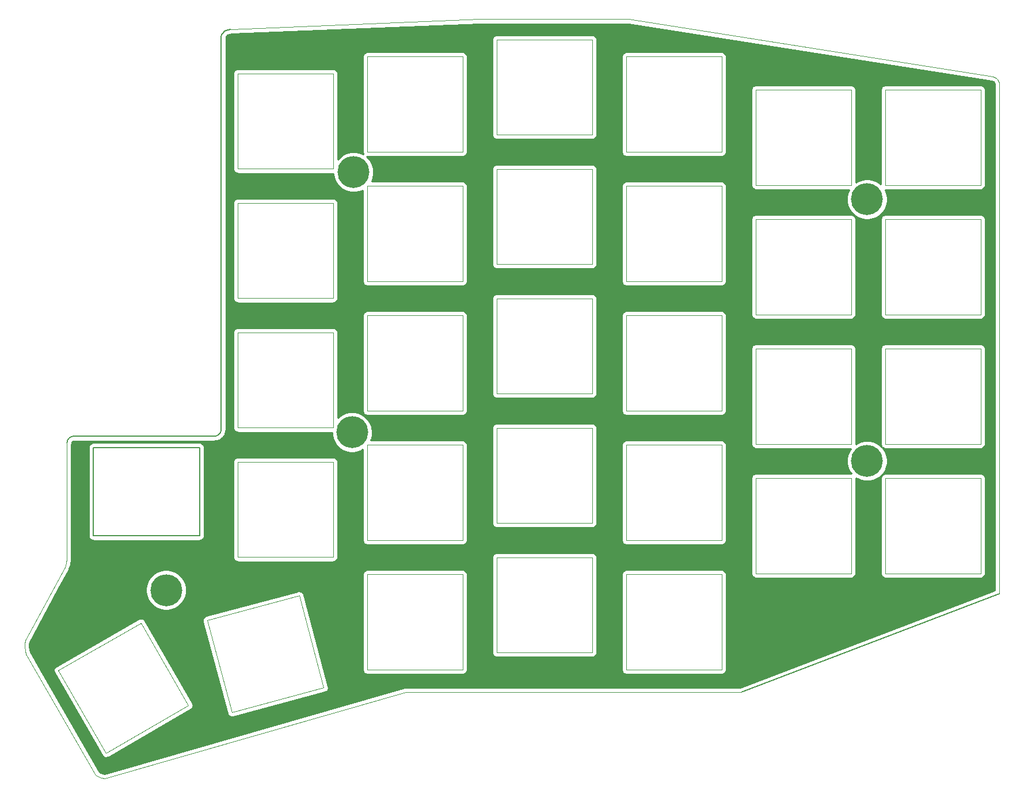
<source format=gtl>
G04 #@! TF.GenerationSoftware,KiCad,Pcbnew,(5.1.12-1-10_14)*
G04 #@! TF.CreationDate,2022-02-07T21:28:56+01:00*
G04 #@! TF.ProjectId,SofleKeyboardTopPlate,536f666c-654b-4657-9962-6f617264546f,rev?*
G04 #@! TF.SameCoordinates,Original*
G04 #@! TF.FileFunction,Copper,L1,Top*
G04 #@! TF.FilePolarity,Positive*
%FSLAX46Y46*%
G04 Gerber Fmt 4.6, Leading zero omitted, Abs format (unit mm)*
G04 Created by KiCad (PCBNEW (5.1.12-1-10_14)) date 2022-02-07 21:28:56*
%MOMM*%
%LPD*%
G01*
G04 APERTURE LIST*
G04 #@! TA.AperFunction,Profile*
%ADD10C,0.150000*%
G04 #@! TD*
G04 #@! TA.AperFunction,Profile*
%ADD11C,0.100000*%
G04 #@! TD*
G04 #@! TA.AperFunction,EtchedComponent*
%ADD12C,0.120000*%
G04 #@! TD*
G04 #@! TA.AperFunction,ComponentPad*
%ADD13C,4.700000*%
G04 #@! TD*
G04 #@! TA.AperFunction,NonConductor*
%ADD14C,0.254000*%
G04 #@! TD*
G04 #@! TA.AperFunction,NonConductor*
%ADD15C,0.100000*%
G04 #@! TD*
G04 APERTURE END LIST*
D10*
X112995000Y-38000000D02*
X113395000Y-37900000D01*
X112695000Y-38100000D02*
X112995000Y-38000000D01*
X112495000Y-38200000D02*
X112695000Y-38100000D01*
X112295000Y-38400000D02*
X112495000Y-38200000D01*
X112095000Y-38700000D02*
X112295000Y-38400000D01*
X111995000Y-39045000D02*
X112095000Y-38700000D01*
X111995000Y-96800000D02*
G75*
G02*
X110995000Y-97800000I-1000000J0D01*
G01*
X89300000Y-98800000D02*
G75*
G02*
X90300000Y-97800000I1000000J0D01*
G01*
X108795000Y-112445000D02*
X108795000Y-106445000D01*
X93195000Y-112445000D02*
X108795000Y-112445000D01*
X93195000Y-99445000D02*
X93195000Y-112445000D01*
X108795000Y-99445000D02*
X93195000Y-99445000D01*
X108795000Y-106445000D02*
X108795000Y-99445000D01*
X111995000Y-96800000D02*
X111995000Y-39045000D01*
X90300000Y-97800000D02*
X110995000Y-97800000D01*
D11*
X225856871Y-45026466D02*
X226021621Y-45140600D01*
X89270257Y-115845000D02*
X89300000Y-98800000D01*
X226163321Y-45280582D02*
X226278881Y-45442807D01*
X149995000Y-36445000D02*
X171945000Y-36445000D01*
X226021621Y-45140600D02*
X226163321Y-45280582D01*
X139149128Y-135445000D02*
X94895000Y-148195000D01*
X83095000Y-128345000D02*
X83195000Y-127845000D01*
X83295000Y-129845000D02*
X83145000Y-129345000D01*
X139149128Y-135445000D02*
X188495000Y-135445000D01*
X149995000Y-36445000D02*
X113395000Y-37900000D01*
X226365281Y-45623672D02*
X226419381Y-45819571D01*
X83195000Y-127845000D02*
X88995000Y-117095000D01*
X226419381Y-45819571D02*
X226438181Y-46026902D01*
X226438181Y-46026902D02*
X226465181Y-120945000D01*
X225470441Y-44890146D02*
X225672111Y-44941776D01*
X93545000Y-147645000D02*
X93895000Y-147945000D01*
X83095000Y-128745000D02*
X83095000Y-128345000D01*
X89195000Y-116495000D02*
X88995000Y-117095000D01*
D10*
X226465181Y-120945000D02*
X188495000Y-135445000D01*
D11*
X225672111Y-44941776D02*
X225856871Y-45026466D01*
X93895000Y-147945000D02*
X94345000Y-148095000D01*
X83145000Y-129345000D02*
X83095000Y-128745000D01*
X94345000Y-148095000D02*
X94895000Y-148195000D01*
X89270257Y-115845000D02*
X89195000Y-116495000D01*
X171945000Y-36445000D02*
X225470441Y-44890146D01*
X93545000Y-147645000D02*
X83295000Y-129845000D01*
X226278881Y-45442807D02*
X226365281Y-45623672D01*
D12*
X223697800Y-103991400D02*
X209697800Y-103991400D01*
X223697800Y-117991400D02*
X223697800Y-103991400D01*
X209697800Y-117991400D02*
X223697800Y-117991400D01*
X209697800Y-103991400D02*
X209697800Y-117991400D01*
X95045622Y-144403578D02*
X107169978Y-137403578D01*
X107169978Y-137403578D02*
X100169978Y-125279222D01*
X100169978Y-125279222D02*
X88045622Y-132279222D01*
X88045622Y-132279222D02*
X95045622Y-144403578D01*
X127071014Y-134791147D02*
X123447547Y-121268186D01*
X123447547Y-121268186D02*
X109924586Y-124891653D01*
X109924586Y-124891653D02*
X113548053Y-138414614D01*
X113548053Y-138414614D02*
X127071014Y-134791147D01*
X128447800Y-101591400D02*
X114447800Y-101591400D01*
X128447800Y-115591400D02*
X128447800Y-101591400D01*
X114447800Y-115591400D02*
X128447800Y-115591400D01*
X114447800Y-101591400D02*
X114447800Y-115591400D01*
X114447800Y-82541400D02*
X114447800Y-96541400D01*
X114447800Y-96541400D02*
X128447800Y-96541400D01*
X128447800Y-96541400D02*
X128447800Y-82541400D01*
X128447800Y-82541400D02*
X114447800Y-82541400D01*
X128447800Y-63491400D02*
X114447800Y-63491400D01*
X128447800Y-77491400D02*
X128447800Y-63491400D01*
X114447800Y-77491400D02*
X128447800Y-77491400D01*
X114447800Y-63491400D02*
X114447800Y-77491400D01*
X114447800Y-44441400D02*
X114447800Y-58441400D01*
X114447800Y-58441400D02*
X128447800Y-58441400D01*
X128447800Y-58441400D02*
X128447800Y-44441400D01*
X128447800Y-44441400D02*
X114447800Y-44441400D01*
X147497800Y-118141400D02*
X133497800Y-118141400D01*
X147497800Y-132141400D02*
X147497800Y-118141400D01*
X133497800Y-132141400D02*
X147497800Y-132141400D01*
X133497800Y-118141400D02*
X133497800Y-132141400D01*
X133497800Y-99091400D02*
X133497800Y-113091400D01*
X133497800Y-113091400D02*
X147497800Y-113091400D01*
X147497800Y-113091400D02*
X147497800Y-99091400D01*
X147497800Y-99091400D02*
X133497800Y-99091400D01*
X147497800Y-80041400D02*
X133497800Y-80041400D01*
X147497800Y-94041400D02*
X147497800Y-80041400D01*
X133497800Y-94041400D02*
X147497800Y-94041400D01*
X133497800Y-80041400D02*
X133497800Y-94041400D01*
X133497800Y-60991400D02*
X133497800Y-74991400D01*
X133497800Y-74991400D02*
X147497800Y-74991400D01*
X147497800Y-74991400D02*
X147497800Y-60991400D01*
X147497800Y-60991400D02*
X133497800Y-60991400D01*
X147497800Y-41941400D02*
X133497800Y-41941400D01*
X147497800Y-55941400D02*
X147497800Y-41941400D01*
X133497800Y-55941400D02*
X147497800Y-55941400D01*
X133497800Y-41941400D02*
X133497800Y-55941400D01*
X152547800Y-115641400D02*
X152547800Y-129641400D01*
X152547800Y-129641400D02*
X166547800Y-129641400D01*
X166547800Y-129641400D02*
X166547800Y-115641400D01*
X166547800Y-115641400D02*
X152547800Y-115641400D01*
X166547800Y-96591400D02*
X152547800Y-96591400D01*
X166547800Y-110591400D02*
X166547800Y-96591400D01*
X152547800Y-110591400D02*
X166547800Y-110591400D01*
X152547800Y-96591400D02*
X152547800Y-110591400D01*
X152547800Y-77541400D02*
X152547800Y-91541400D01*
X152547800Y-91541400D02*
X166547800Y-91541400D01*
X166547800Y-91541400D02*
X166547800Y-77541400D01*
X166547800Y-77541400D02*
X152547800Y-77541400D01*
X166547800Y-58491400D02*
X152547800Y-58491400D01*
X166547800Y-72491400D02*
X166547800Y-58491400D01*
X152547800Y-72491400D02*
X166547800Y-72491400D01*
X152547800Y-58491400D02*
X152547800Y-72491400D01*
X152547800Y-39441400D02*
X152547800Y-53441400D01*
X152547800Y-53441400D02*
X166547800Y-53441400D01*
X166547800Y-53441400D02*
X166547800Y-39441400D01*
X166547800Y-39441400D02*
X152547800Y-39441400D01*
X185597800Y-118141400D02*
X171597800Y-118141400D01*
X185597800Y-132141400D02*
X185597800Y-118141400D01*
X171597800Y-132141400D02*
X185597800Y-132141400D01*
X171597800Y-118141400D02*
X171597800Y-132141400D01*
X171597800Y-99091400D02*
X171597800Y-113091400D01*
X171597800Y-113091400D02*
X185597800Y-113091400D01*
X185597800Y-113091400D02*
X185597800Y-99091400D01*
X185597800Y-99091400D02*
X171597800Y-99091400D01*
X185597800Y-80041400D02*
X171597800Y-80041400D01*
X185597800Y-94041400D02*
X185597800Y-80041400D01*
X171597800Y-94041400D02*
X185597800Y-94041400D01*
X171597800Y-80041400D02*
X171597800Y-94041400D01*
X171597800Y-60991400D02*
X171597800Y-74991400D01*
X171597800Y-74991400D02*
X185597800Y-74991400D01*
X185597800Y-74991400D02*
X185597800Y-60991400D01*
X185597800Y-60991400D02*
X171597800Y-60991400D01*
X185597800Y-41941400D02*
X171597800Y-41941400D01*
X185597800Y-55941400D02*
X185597800Y-41941400D01*
X171597800Y-55941400D02*
X185597800Y-55941400D01*
X171597800Y-41941400D02*
X171597800Y-55941400D01*
X204647800Y-103991400D02*
X190647800Y-103991400D01*
X204647800Y-117991400D02*
X204647800Y-103991400D01*
X190647800Y-117991400D02*
X204647800Y-117991400D01*
X190647800Y-103991400D02*
X190647800Y-117991400D01*
X209697800Y-84941400D02*
X209697800Y-98941400D01*
X209697800Y-98941400D02*
X223697800Y-98941400D01*
X223697800Y-98941400D02*
X223697800Y-84941400D01*
X223697800Y-84941400D02*
X209697800Y-84941400D01*
X204647800Y-84941400D02*
X190647800Y-84941400D01*
X204647800Y-98941400D02*
X204647800Y-84941400D01*
X190647800Y-98941400D02*
X204647800Y-98941400D01*
X190647800Y-84941400D02*
X190647800Y-98941400D01*
X209697800Y-65891400D02*
X209697800Y-79891400D01*
X209697800Y-79891400D02*
X223697800Y-79891400D01*
X223697800Y-79891400D02*
X223697800Y-65891400D01*
X223697800Y-65891400D02*
X209697800Y-65891400D01*
X204647800Y-65891400D02*
X190647800Y-65891400D01*
X204647800Y-79891400D02*
X204647800Y-65891400D01*
X190647800Y-79891400D02*
X204647800Y-79891400D01*
X190647800Y-65891400D02*
X190647800Y-79891400D01*
X190647800Y-46841400D02*
X190647800Y-60841400D01*
X190647800Y-60841400D02*
X204647800Y-60841400D01*
X204647800Y-60841400D02*
X204647800Y-46841400D01*
X204647800Y-46841400D02*
X190647800Y-46841400D01*
X223697800Y-46841400D02*
X209697800Y-46841400D01*
X223697800Y-60841400D02*
X223697800Y-46841400D01*
X209697800Y-60841400D02*
X223697800Y-60841400D01*
X209697800Y-46841400D02*
X209697800Y-60841400D01*
D13*
X103897800Y-120441400D03*
X131252800Y-97216400D03*
X206995000Y-101445000D03*
X131452800Y-58936400D03*
X206995000Y-62945000D03*
D14*
X225331807Y-45561746D02*
X225442617Y-45590115D01*
X225516481Y-45623972D01*
X225582585Y-45669767D01*
X225639771Y-45726261D01*
X225686436Y-45791768D01*
X225721105Y-45864343D01*
X225742732Y-45942657D01*
X225753192Y-46058012D01*
X225780002Y-120446646D01*
X188298580Y-134760000D01*
X139153838Y-134760000D01*
X139091265Y-134759123D01*
X139053284Y-134766126D01*
X139014845Y-134769912D01*
X138954927Y-134788088D01*
X94859605Y-147492335D01*
X94515432Y-147429758D01*
X94238912Y-147337584D01*
X94079990Y-147201366D01*
X85460882Y-132233548D01*
X87348756Y-132233548D01*
X87353235Y-132370375D01*
X87384322Y-132503702D01*
X87440823Y-132628402D01*
X87460800Y-132656280D01*
X94426671Y-144721525D01*
X94440823Y-144752758D01*
X94460796Y-144780631D01*
X94460801Y-144780639D01*
X94495251Y-144828713D01*
X94520566Y-144864040D01*
X94620487Y-144957626D01*
X94647594Y-144974482D01*
X94736743Y-145029919D01*
X94864872Y-145078144D01*
X94999947Y-145100444D01*
X94999948Y-145100444D01*
X95136775Y-145095965D01*
X95270102Y-145064878D01*
X95363560Y-145022533D01*
X95363571Y-145022527D01*
X95394802Y-145008376D01*
X95422673Y-144988404D01*
X107487933Y-138022524D01*
X107519158Y-138008376D01*
X107547024Y-137988408D01*
X107547039Y-137988399D01*
X107630439Y-137928635D01*
X107724025Y-137828714D01*
X107796319Y-137712457D01*
X107844544Y-137584328D01*
X107866844Y-137449253D01*
X107862365Y-137312425D01*
X107831277Y-137179098D01*
X107831277Y-137179097D01*
X107788933Y-137085639D01*
X107788924Y-137085624D01*
X107774776Y-137054398D01*
X107754807Y-137026531D01*
X100788928Y-124961275D01*
X100778077Y-124937327D01*
X109227720Y-124937327D01*
X109244433Y-125038560D01*
X109244435Y-125038566D01*
X109250021Y-125072402D01*
X109262101Y-125104497D01*
X112867903Y-138561534D01*
X112873488Y-138595363D01*
X112885566Y-138627453D01*
X112885569Y-138627465D01*
X112921711Y-138723492D01*
X112994005Y-138839750D01*
X113087590Y-138939670D01*
X113198871Y-139019414D01*
X113323572Y-139075914D01*
X113456898Y-139107001D01*
X113593727Y-139111481D01*
X113728802Y-139089180D01*
X113760908Y-139077096D01*
X127217924Y-135471300D01*
X127251763Y-135465713D01*
X127283863Y-135453632D01*
X127283865Y-135453631D01*
X127379892Y-135417489D01*
X127496150Y-135345195D01*
X127596070Y-135251610D01*
X127675814Y-135140329D01*
X127732314Y-135015628D01*
X127763401Y-134882302D01*
X127767881Y-134745473D01*
X127745580Y-134610398D01*
X127733496Y-134578292D01*
X124127701Y-121121286D01*
X124122113Y-121087437D01*
X124073889Y-120959308D01*
X124001594Y-120843050D01*
X123908009Y-120743130D01*
X123796728Y-120663387D01*
X123672028Y-120606886D01*
X123538702Y-120575799D01*
X123401873Y-120571320D01*
X123401872Y-120571320D01*
X123300640Y-120588033D01*
X123300634Y-120588035D01*
X123266798Y-120593621D01*
X123234702Y-120605701D01*
X109777676Y-124211501D01*
X109743837Y-124217088D01*
X109711738Y-124229169D01*
X109711735Y-124229170D01*
X109615709Y-124265312D01*
X109499450Y-124337606D01*
X109399530Y-124431191D01*
X109319787Y-124542472D01*
X109263286Y-124667173D01*
X109232199Y-124800498D01*
X109227720Y-124937327D01*
X100778077Y-124937327D01*
X100774776Y-124930042D01*
X100754803Y-124902169D01*
X100754798Y-124902161D01*
X100695034Y-124818760D01*
X100595113Y-124725174D01*
X100478855Y-124652881D01*
X100350727Y-124604656D01*
X100215652Y-124582356D01*
X100078823Y-124586835D01*
X100028405Y-124598591D01*
X99945498Y-124617922D01*
X99908794Y-124634552D01*
X99852039Y-124660267D01*
X99852032Y-124660271D01*
X99820798Y-124674423D01*
X99792924Y-124694397D01*
X87727683Y-131660268D01*
X87696442Y-131674423D01*
X87668562Y-131694402D01*
X87668561Y-131694402D01*
X87585160Y-131754166D01*
X87491574Y-131854087D01*
X87419281Y-131970345D01*
X87371056Y-132098473D01*
X87348756Y-132233548D01*
X85460882Y-132233548D01*
X83928274Y-129572044D01*
X83821687Y-129216756D01*
X83780000Y-128716515D01*
X83780000Y-128412828D01*
X83846575Y-128079954D01*
X88126463Y-120147403D01*
X100912800Y-120147403D01*
X100912800Y-120735397D01*
X101027512Y-121312092D01*
X101252527Y-121855328D01*
X101579199Y-122344226D01*
X101994974Y-122760001D01*
X102483872Y-123086673D01*
X103027108Y-123311688D01*
X103603803Y-123426400D01*
X104191797Y-123426400D01*
X104768492Y-123311688D01*
X105311728Y-123086673D01*
X105800626Y-122760001D01*
X106216401Y-122344226D01*
X106543073Y-121855328D01*
X106768088Y-121312092D01*
X106882800Y-120735397D01*
X106882800Y-120147403D01*
X106768088Y-119570708D01*
X106543073Y-119027472D01*
X106216401Y-118538574D01*
X105819227Y-118141400D01*
X132799438Y-118141400D01*
X132802800Y-118175535D01*
X132802801Y-132107255D01*
X132799438Y-132141400D01*
X132812857Y-132277644D01*
X132852598Y-132408652D01*
X132917133Y-132529389D01*
X133003983Y-132635217D01*
X133109811Y-132722067D01*
X133230548Y-132786602D01*
X133361556Y-132826343D01*
X133463665Y-132836400D01*
X133463666Y-132836400D01*
X133497800Y-132839762D01*
X133531935Y-132836400D01*
X147463665Y-132836400D01*
X147497800Y-132839762D01*
X147531934Y-132836400D01*
X147531935Y-132836400D01*
X147634044Y-132826343D01*
X147765052Y-132786602D01*
X147885789Y-132722067D01*
X147991617Y-132635217D01*
X148078467Y-132529389D01*
X148143002Y-132408652D01*
X148182743Y-132277644D01*
X148196162Y-132141400D01*
X148192800Y-132107265D01*
X148192800Y-118175535D01*
X148196162Y-118141400D01*
X148182743Y-118005156D01*
X148143002Y-117874148D01*
X148078467Y-117753411D01*
X147991617Y-117647583D01*
X147885789Y-117560733D01*
X147765052Y-117496198D01*
X147634044Y-117456457D01*
X147531935Y-117446400D01*
X147497800Y-117443038D01*
X147463666Y-117446400D01*
X133531934Y-117446400D01*
X133497800Y-117443038D01*
X133463665Y-117446400D01*
X133361556Y-117456457D01*
X133230548Y-117496198D01*
X133109811Y-117560733D01*
X133003983Y-117647583D01*
X132917133Y-117753411D01*
X132852598Y-117874148D01*
X132812857Y-118005156D01*
X132799438Y-118141400D01*
X105819227Y-118141400D01*
X105800626Y-118122799D01*
X105311728Y-117796127D01*
X104768492Y-117571112D01*
X104191797Y-117456400D01*
X103603803Y-117456400D01*
X103027108Y-117571112D01*
X102483872Y-117796127D01*
X101994974Y-118122799D01*
X101579199Y-118538574D01*
X101252527Y-119027472D01*
X101027512Y-119570708D01*
X100912800Y-120147403D01*
X88126463Y-120147403D01*
X89578074Y-117456918D01*
X89592980Y-117435873D01*
X89610021Y-117397706D01*
X89613829Y-117390648D01*
X89623760Y-117366935D01*
X89634207Y-117343536D01*
X89636735Y-117335952D01*
X89652891Y-117297374D01*
X89658024Y-117272087D01*
X89835310Y-116740230D01*
X89850164Y-116706034D01*
X89863713Y-116643522D01*
X89877908Y-116581090D01*
X89878923Y-116543817D01*
X89943563Y-115985526D01*
X89945109Y-115980460D01*
X89951310Y-115918616D01*
X89954581Y-115890360D01*
X89954671Y-115885087D01*
X89955197Y-115879842D01*
X89955247Y-115851414D01*
X89956309Y-115789252D01*
X89955364Y-115784038D01*
X89983875Y-99445000D01*
X92481565Y-99445000D01*
X92485000Y-99479877D01*
X92485001Y-112410113D01*
X92481565Y-112445000D01*
X92495273Y-112584184D01*
X92535872Y-112718020D01*
X92601800Y-112841363D01*
X92690525Y-112949475D01*
X92798637Y-113038200D01*
X92921980Y-113104128D01*
X93055816Y-113144727D01*
X93160123Y-113155000D01*
X93195000Y-113158435D01*
X93229877Y-113155000D01*
X108760123Y-113155000D01*
X108795000Y-113158435D01*
X108829877Y-113155000D01*
X108934184Y-113144727D01*
X109068020Y-113104128D01*
X109191363Y-113038200D01*
X109299475Y-112949475D01*
X109388200Y-112841363D01*
X109454128Y-112718020D01*
X109494727Y-112584184D01*
X109508435Y-112445000D01*
X109505000Y-112410123D01*
X109505000Y-101591400D01*
X113749438Y-101591400D01*
X113752800Y-101625535D01*
X113752801Y-115557255D01*
X113749438Y-115591400D01*
X113762857Y-115727644D01*
X113802598Y-115858652D01*
X113867133Y-115979389D01*
X113953983Y-116085217D01*
X114059811Y-116172067D01*
X114180548Y-116236602D01*
X114311556Y-116276343D01*
X114413665Y-116286400D01*
X114413666Y-116286400D01*
X114447800Y-116289762D01*
X114481935Y-116286400D01*
X128413665Y-116286400D01*
X128447800Y-116289762D01*
X128481934Y-116286400D01*
X128481935Y-116286400D01*
X128584044Y-116276343D01*
X128715052Y-116236602D01*
X128835789Y-116172067D01*
X128941617Y-116085217D01*
X129028467Y-115979389D01*
X129093002Y-115858652D01*
X129132743Y-115727644D01*
X129141237Y-115641400D01*
X151849438Y-115641400D01*
X151852800Y-115675535D01*
X151852801Y-129607255D01*
X151849438Y-129641400D01*
X151862857Y-129777644D01*
X151902598Y-129908652D01*
X151967133Y-130029389D01*
X152053983Y-130135217D01*
X152159811Y-130222067D01*
X152280548Y-130286602D01*
X152411556Y-130326343D01*
X152513665Y-130336400D01*
X152513666Y-130336400D01*
X152547800Y-130339762D01*
X152581935Y-130336400D01*
X166513665Y-130336400D01*
X166547800Y-130339762D01*
X166581934Y-130336400D01*
X166581935Y-130336400D01*
X166684044Y-130326343D01*
X166815052Y-130286602D01*
X166935789Y-130222067D01*
X167041617Y-130135217D01*
X167128467Y-130029389D01*
X167193002Y-129908652D01*
X167232743Y-129777644D01*
X167246162Y-129641400D01*
X167242800Y-129607265D01*
X167242800Y-118141400D01*
X170899438Y-118141400D01*
X170902800Y-118175535D01*
X170902801Y-132107255D01*
X170899438Y-132141400D01*
X170912857Y-132277644D01*
X170952598Y-132408652D01*
X171017133Y-132529389D01*
X171103983Y-132635217D01*
X171209811Y-132722067D01*
X171330548Y-132786602D01*
X171461556Y-132826343D01*
X171563665Y-132836400D01*
X171563666Y-132836400D01*
X171597800Y-132839762D01*
X171631935Y-132836400D01*
X185563665Y-132836400D01*
X185597800Y-132839762D01*
X185631934Y-132836400D01*
X185631935Y-132836400D01*
X185734044Y-132826343D01*
X185865052Y-132786602D01*
X185985789Y-132722067D01*
X186091617Y-132635217D01*
X186178467Y-132529389D01*
X186243002Y-132408652D01*
X186282743Y-132277644D01*
X186296162Y-132141400D01*
X186292800Y-132107265D01*
X186292800Y-118175535D01*
X186296162Y-118141400D01*
X186282743Y-118005156D01*
X186243002Y-117874148D01*
X186178467Y-117753411D01*
X186091617Y-117647583D01*
X185985789Y-117560733D01*
X185865052Y-117496198D01*
X185734044Y-117456457D01*
X185631935Y-117446400D01*
X185597800Y-117443038D01*
X185563666Y-117446400D01*
X171631934Y-117446400D01*
X171597800Y-117443038D01*
X171563665Y-117446400D01*
X171461556Y-117456457D01*
X171330548Y-117496198D01*
X171209811Y-117560733D01*
X171103983Y-117647583D01*
X171017133Y-117753411D01*
X170952598Y-117874148D01*
X170912857Y-118005156D01*
X170899438Y-118141400D01*
X167242800Y-118141400D01*
X167242800Y-115675535D01*
X167246162Y-115641400D01*
X167232743Y-115505156D01*
X167193002Y-115374148D01*
X167128467Y-115253411D01*
X167041617Y-115147583D01*
X166935789Y-115060733D01*
X166815052Y-114996198D01*
X166684044Y-114956457D01*
X166581935Y-114946400D01*
X166547800Y-114943038D01*
X166513666Y-114946400D01*
X152581934Y-114946400D01*
X152547800Y-114943038D01*
X152513665Y-114946400D01*
X152411556Y-114956457D01*
X152280548Y-114996198D01*
X152159811Y-115060733D01*
X152053983Y-115147583D01*
X151967133Y-115253411D01*
X151902598Y-115374148D01*
X151862857Y-115505156D01*
X151849438Y-115641400D01*
X129141237Y-115641400D01*
X129146162Y-115591400D01*
X129142800Y-115557265D01*
X129142800Y-101625535D01*
X129146162Y-101591400D01*
X129132743Y-101455156D01*
X129093002Y-101324148D01*
X129028467Y-101203411D01*
X128941617Y-101097583D01*
X128835789Y-101010733D01*
X128715052Y-100946198D01*
X128584044Y-100906457D01*
X128481935Y-100896400D01*
X128447800Y-100893038D01*
X128413666Y-100896400D01*
X114481934Y-100896400D01*
X114447800Y-100893038D01*
X114413665Y-100896400D01*
X114311556Y-100906457D01*
X114180548Y-100946198D01*
X114059811Y-101010733D01*
X113953983Y-101097583D01*
X113867133Y-101203411D01*
X113802598Y-101324148D01*
X113762857Y-101455156D01*
X113749438Y-101591400D01*
X109505000Y-101591400D01*
X109505000Y-99479877D01*
X109508435Y-99445000D01*
X109494727Y-99305816D01*
X109454128Y-99171980D01*
X109388200Y-99048637D01*
X109299475Y-98940525D01*
X109191363Y-98851800D01*
X109068020Y-98785872D01*
X108934184Y-98745273D01*
X108829877Y-98735000D01*
X108795000Y-98731565D01*
X108760123Y-98735000D01*
X93229877Y-98735000D01*
X93195000Y-98731565D01*
X93160123Y-98735000D01*
X93055816Y-98745273D01*
X92921980Y-98785872D01*
X92798637Y-98851800D01*
X92690525Y-98940525D01*
X92601800Y-99048637D01*
X92535872Y-99171980D01*
X92495273Y-99305816D01*
X92481565Y-99445000D01*
X89983875Y-99445000D01*
X89984691Y-98977395D01*
X90005575Y-98879143D01*
X90006611Y-98869285D01*
X90018863Y-98744335D01*
X90035030Y-98690786D01*
X90061288Y-98641403D01*
X90096641Y-98598055D01*
X90139740Y-98562400D01*
X90188937Y-98535799D01*
X90242375Y-98519258D01*
X90330455Y-98510000D01*
X111029877Y-98510000D01*
X111060222Y-98507011D01*
X111066332Y-98507054D01*
X111076198Y-98506086D01*
X111270295Y-98485685D01*
X111333310Y-98472750D01*
X111396540Y-98460688D01*
X111406030Y-98457823D01*
X111592468Y-98400111D01*
X111651797Y-98375171D01*
X111711455Y-98351068D01*
X111720208Y-98346414D01*
X111891885Y-98253589D01*
X111945198Y-98217629D01*
X111999083Y-98182367D01*
X112006765Y-98176102D01*
X112157143Y-98051698D01*
X112202480Y-98006043D01*
X112248463Y-97961013D01*
X112254782Y-97953375D01*
X112378132Y-97802133D01*
X112413757Y-97748513D01*
X112450099Y-97695436D01*
X112454814Y-97686716D01*
X112546439Y-97514394D01*
X112570951Y-97454924D01*
X112596312Y-97395752D01*
X112599243Y-97386282D01*
X112655652Y-97199446D01*
X112668152Y-97136316D01*
X112681530Y-97073377D01*
X112682566Y-97063519D01*
X112701611Y-96869285D01*
X112705000Y-96834877D01*
X112705000Y-82541400D01*
X113749438Y-82541400D01*
X113752800Y-82575535D01*
X113752801Y-96507255D01*
X113749438Y-96541400D01*
X113762857Y-96677644D01*
X113802598Y-96808652D01*
X113867133Y-96929389D01*
X113953983Y-97035217D01*
X114059811Y-97122067D01*
X114180548Y-97186602D01*
X114311556Y-97226343D01*
X114413665Y-97236400D01*
X114413666Y-97236400D01*
X114447800Y-97239762D01*
X114481935Y-97236400D01*
X128267800Y-97236400D01*
X128267800Y-97510397D01*
X128382512Y-98087092D01*
X128607527Y-98630328D01*
X128934199Y-99119226D01*
X129349974Y-99535001D01*
X129838872Y-99861673D01*
X130382108Y-100086688D01*
X130958803Y-100201400D01*
X131546797Y-100201400D01*
X132123492Y-100086688D01*
X132666728Y-99861673D01*
X132802800Y-99770752D01*
X132802801Y-113057255D01*
X132799438Y-113091400D01*
X132812857Y-113227644D01*
X132852598Y-113358652D01*
X132917133Y-113479389D01*
X133003983Y-113585217D01*
X133109811Y-113672067D01*
X133230548Y-113736602D01*
X133361556Y-113776343D01*
X133463665Y-113786400D01*
X133463666Y-113786400D01*
X133497800Y-113789762D01*
X133531935Y-113786400D01*
X147463665Y-113786400D01*
X147497800Y-113789762D01*
X147531934Y-113786400D01*
X147531935Y-113786400D01*
X147634044Y-113776343D01*
X147765052Y-113736602D01*
X147885789Y-113672067D01*
X147991617Y-113585217D01*
X148078467Y-113479389D01*
X148143002Y-113358652D01*
X148182743Y-113227644D01*
X148196162Y-113091400D01*
X148192800Y-113057265D01*
X148192800Y-99125535D01*
X148196162Y-99091400D01*
X148182743Y-98955156D01*
X148143002Y-98824148D01*
X148078467Y-98703411D01*
X147991617Y-98597583D01*
X147885789Y-98510733D01*
X147765052Y-98446198D01*
X147634044Y-98406457D01*
X147531935Y-98396400D01*
X147497800Y-98393038D01*
X147463666Y-98396400D01*
X133994969Y-98396400D01*
X134123088Y-98087092D01*
X134237800Y-97510397D01*
X134237800Y-96922403D01*
X134171960Y-96591400D01*
X151849438Y-96591400D01*
X151852800Y-96625535D01*
X151852801Y-110557255D01*
X151849438Y-110591400D01*
X151862857Y-110727644D01*
X151902598Y-110858652D01*
X151967133Y-110979389D01*
X152053983Y-111085217D01*
X152159811Y-111172067D01*
X152280548Y-111236602D01*
X152411556Y-111276343D01*
X152513665Y-111286400D01*
X152513666Y-111286400D01*
X152547800Y-111289762D01*
X152581935Y-111286400D01*
X166513665Y-111286400D01*
X166547800Y-111289762D01*
X166581934Y-111286400D01*
X166581935Y-111286400D01*
X166684044Y-111276343D01*
X166815052Y-111236602D01*
X166935789Y-111172067D01*
X167041617Y-111085217D01*
X167128467Y-110979389D01*
X167193002Y-110858652D01*
X167232743Y-110727644D01*
X167246162Y-110591400D01*
X167242800Y-110557265D01*
X167242800Y-99091400D01*
X170899438Y-99091400D01*
X170902800Y-99125535D01*
X170902801Y-113057255D01*
X170899438Y-113091400D01*
X170912857Y-113227644D01*
X170952598Y-113358652D01*
X171017133Y-113479389D01*
X171103983Y-113585217D01*
X171209811Y-113672067D01*
X171330548Y-113736602D01*
X171461556Y-113776343D01*
X171563665Y-113786400D01*
X171563666Y-113786400D01*
X171597800Y-113789762D01*
X171631935Y-113786400D01*
X185563665Y-113786400D01*
X185597800Y-113789762D01*
X185631934Y-113786400D01*
X185631935Y-113786400D01*
X185734044Y-113776343D01*
X185865052Y-113736602D01*
X185985789Y-113672067D01*
X186091617Y-113585217D01*
X186178467Y-113479389D01*
X186243002Y-113358652D01*
X186282743Y-113227644D01*
X186296162Y-113091400D01*
X186292800Y-113057265D01*
X186292800Y-99125535D01*
X186296162Y-99091400D01*
X186282743Y-98955156D01*
X186243002Y-98824148D01*
X186178467Y-98703411D01*
X186091617Y-98597583D01*
X185985789Y-98510733D01*
X185865052Y-98446198D01*
X185734044Y-98406457D01*
X185631935Y-98396400D01*
X185597800Y-98393038D01*
X185563666Y-98396400D01*
X171631934Y-98396400D01*
X171597800Y-98393038D01*
X171563665Y-98396400D01*
X171461556Y-98406457D01*
X171330548Y-98446198D01*
X171209811Y-98510733D01*
X171103983Y-98597583D01*
X171017133Y-98703411D01*
X170952598Y-98824148D01*
X170912857Y-98955156D01*
X170899438Y-99091400D01*
X167242800Y-99091400D01*
X167242800Y-96625535D01*
X167246162Y-96591400D01*
X167242727Y-96556519D01*
X167232743Y-96455156D01*
X167193002Y-96324148D01*
X167128467Y-96203411D01*
X167041617Y-96097583D01*
X166935789Y-96010733D01*
X166815052Y-95946198D01*
X166684044Y-95906457D01*
X166547800Y-95893038D01*
X166513666Y-95896400D01*
X152581934Y-95896400D01*
X152547800Y-95893038D01*
X152513665Y-95896400D01*
X152411556Y-95906457D01*
X152280548Y-95946198D01*
X152159811Y-96010733D01*
X152053983Y-96097583D01*
X151967133Y-96203411D01*
X151902598Y-96324148D01*
X151862857Y-96455156D01*
X151849438Y-96591400D01*
X134171960Y-96591400D01*
X134123088Y-96345708D01*
X133898073Y-95802472D01*
X133571401Y-95313574D01*
X133155626Y-94897799D01*
X132666728Y-94571127D01*
X132123492Y-94346112D01*
X131546797Y-94231400D01*
X130958803Y-94231400D01*
X130382108Y-94346112D01*
X129838872Y-94571127D01*
X129349974Y-94897799D01*
X129142800Y-95104973D01*
X129142800Y-82575535D01*
X129146162Y-82541400D01*
X129132743Y-82405156D01*
X129093002Y-82274148D01*
X129028467Y-82153411D01*
X128941617Y-82047583D01*
X128835789Y-81960733D01*
X128715052Y-81896198D01*
X128584044Y-81856457D01*
X128481935Y-81846400D01*
X128447800Y-81843038D01*
X128413666Y-81846400D01*
X114481934Y-81846400D01*
X114447800Y-81843038D01*
X114413665Y-81846400D01*
X114311556Y-81856457D01*
X114180548Y-81896198D01*
X114059811Y-81960733D01*
X113953983Y-82047583D01*
X113867133Y-82153411D01*
X113802598Y-82274148D01*
X113762857Y-82405156D01*
X113749438Y-82541400D01*
X112705000Y-82541400D01*
X112705000Y-80041400D01*
X132799438Y-80041400D01*
X132802800Y-80075535D01*
X132802801Y-94007255D01*
X132799438Y-94041400D01*
X132812857Y-94177644D01*
X132852598Y-94308652D01*
X132917133Y-94429389D01*
X133003983Y-94535217D01*
X133109811Y-94622067D01*
X133230548Y-94686602D01*
X133361556Y-94726343D01*
X133463665Y-94736400D01*
X133463666Y-94736400D01*
X133497800Y-94739762D01*
X133531935Y-94736400D01*
X147463665Y-94736400D01*
X147497800Y-94739762D01*
X147531934Y-94736400D01*
X147531935Y-94736400D01*
X147634044Y-94726343D01*
X147765052Y-94686602D01*
X147885789Y-94622067D01*
X147991617Y-94535217D01*
X148078467Y-94429389D01*
X148143002Y-94308652D01*
X148182743Y-94177644D01*
X148196162Y-94041400D01*
X148192800Y-94007265D01*
X148192800Y-80075535D01*
X148196162Y-80041400D01*
X148182743Y-79905156D01*
X148143002Y-79774148D01*
X148078467Y-79653411D01*
X147991617Y-79547583D01*
X147885789Y-79460733D01*
X147765052Y-79396198D01*
X147634044Y-79356457D01*
X147531935Y-79346400D01*
X147497800Y-79343038D01*
X147463666Y-79346400D01*
X133531934Y-79346400D01*
X133497800Y-79343038D01*
X133463665Y-79346400D01*
X133361556Y-79356457D01*
X133230548Y-79396198D01*
X133109811Y-79460733D01*
X133003983Y-79547583D01*
X132917133Y-79653411D01*
X132852598Y-79774148D01*
X132812857Y-79905156D01*
X132799438Y-80041400D01*
X112705000Y-80041400D01*
X112705000Y-63491400D01*
X113749438Y-63491400D01*
X113752800Y-63525535D01*
X113752801Y-77457255D01*
X113749438Y-77491400D01*
X113762857Y-77627644D01*
X113802598Y-77758652D01*
X113867133Y-77879389D01*
X113953983Y-77985217D01*
X114059811Y-78072067D01*
X114180548Y-78136602D01*
X114311556Y-78176343D01*
X114413665Y-78186400D01*
X114413666Y-78186400D01*
X114447800Y-78189762D01*
X114481935Y-78186400D01*
X128413665Y-78186400D01*
X128447800Y-78189762D01*
X128481934Y-78186400D01*
X128481935Y-78186400D01*
X128584044Y-78176343D01*
X128715052Y-78136602D01*
X128835789Y-78072067D01*
X128941617Y-77985217D01*
X129028467Y-77879389D01*
X129093002Y-77758652D01*
X129132743Y-77627644D01*
X129141237Y-77541400D01*
X151849438Y-77541400D01*
X151852800Y-77575535D01*
X151852801Y-91507255D01*
X151849438Y-91541400D01*
X151862857Y-91677644D01*
X151902598Y-91808652D01*
X151967133Y-91929389D01*
X152053983Y-92035217D01*
X152159811Y-92122067D01*
X152280548Y-92186602D01*
X152411556Y-92226343D01*
X152513665Y-92236400D01*
X152513666Y-92236400D01*
X152547800Y-92239762D01*
X152581935Y-92236400D01*
X166513665Y-92236400D01*
X166547800Y-92239762D01*
X166581934Y-92236400D01*
X166581935Y-92236400D01*
X166684044Y-92226343D01*
X166815052Y-92186602D01*
X166935789Y-92122067D01*
X167041617Y-92035217D01*
X167128467Y-91929389D01*
X167193002Y-91808652D01*
X167232743Y-91677644D01*
X167246162Y-91541400D01*
X167242800Y-91507265D01*
X167242800Y-80041400D01*
X170899438Y-80041400D01*
X170902800Y-80075535D01*
X170902801Y-94007255D01*
X170899438Y-94041400D01*
X170912857Y-94177644D01*
X170952598Y-94308652D01*
X171017133Y-94429389D01*
X171103983Y-94535217D01*
X171209811Y-94622067D01*
X171330548Y-94686602D01*
X171461556Y-94726343D01*
X171563665Y-94736400D01*
X171563666Y-94736400D01*
X171597800Y-94739762D01*
X171631935Y-94736400D01*
X185563665Y-94736400D01*
X185597800Y-94739762D01*
X185631934Y-94736400D01*
X185631935Y-94736400D01*
X185734044Y-94726343D01*
X185865052Y-94686602D01*
X185985789Y-94622067D01*
X186091617Y-94535217D01*
X186178467Y-94429389D01*
X186243002Y-94308652D01*
X186282743Y-94177644D01*
X186296162Y-94041400D01*
X186292800Y-94007265D01*
X186292800Y-84941400D01*
X189949438Y-84941400D01*
X189952800Y-84975535D01*
X189952801Y-98907255D01*
X189949438Y-98941400D01*
X189962857Y-99077644D01*
X190002598Y-99208652D01*
X190067133Y-99329389D01*
X190153983Y-99435217D01*
X190259811Y-99522067D01*
X190380548Y-99586602D01*
X190511556Y-99626343D01*
X190613665Y-99636400D01*
X190613666Y-99636400D01*
X190647800Y-99639762D01*
X190681935Y-99636400D01*
X204613439Y-99636400D01*
X204349727Y-100031072D01*
X204124712Y-100574308D01*
X204010000Y-101151003D01*
X204010000Y-101738997D01*
X204124712Y-102315692D01*
X204349727Y-102858928D01*
X204640285Y-103293778D01*
X204613666Y-103296400D01*
X190681934Y-103296400D01*
X190647800Y-103293038D01*
X190613665Y-103296400D01*
X190511556Y-103306457D01*
X190380548Y-103346198D01*
X190259811Y-103410733D01*
X190153983Y-103497583D01*
X190067133Y-103603411D01*
X190002598Y-103724148D01*
X189962857Y-103855156D01*
X189949438Y-103991400D01*
X189952800Y-104025535D01*
X189952801Y-117957255D01*
X189949438Y-117991400D01*
X189962857Y-118127644D01*
X190002598Y-118258652D01*
X190067133Y-118379389D01*
X190153983Y-118485217D01*
X190259811Y-118572067D01*
X190380548Y-118636602D01*
X190511556Y-118676343D01*
X190613665Y-118686400D01*
X190613666Y-118686400D01*
X190647800Y-118689762D01*
X190681935Y-118686400D01*
X204613665Y-118686400D01*
X204647800Y-118689762D01*
X204681934Y-118686400D01*
X204681935Y-118686400D01*
X204784044Y-118676343D01*
X204915052Y-118636602D01*
X205035789Y-118572067D01*
X205141617Y-118485217D01*
X205228467Y-118379389D01*
X205293002Y-118258652D01*
X205332743Y-118127644D01*
X205346162Y-117991400D01*
X205342800Y-117957265D01*
X205342800Y-104025535D01*
X205346162Y-103991400D01*
X205340038Y-103929219D01*
X205581072Y-104090273D01*
X206124308Y-104315288D01*
X206701003Y-104430000D01*
X207288997Y-104430000D01*
X207865692Y-104315288D01*
X208408928Y-104090273D01*
X208556901Y-103991400D01*
X208999438Y-103991400D01*
X209002800Y-104025535D01*
X209002801Y-117957255D01*
X208999438Y-117991400D01*
X209012857Y-118127644D01*
X209052598Y-118258652D01*
X209117133Y-118379389D01*
X209203983Y-118485217D01*
X209309811Y-118572067D01*
X209430548Y-118636602D01*
X209561556Y-118676343D01*
X209663665Y-118686400D01*
X209663666Y-118686400D01*
X209697800Y-118689762D01*
X209731935Y-118686400D01*
X223663665Y-118686400D01*
X223697800Y-118689762D01*
X223731934Y-118686400D01*
X223731935Y-118686400D01*
X223834044Y-118676343D01*
X223965052Y-118636602D01*
X224085789Y-118572067D01*
X224191617Y-118485217D01*
X224278467Y-118379389D01*
X224343002Y-118258652D01*
X224382743Y-118127644D01*
X224396162Y-117991400D01*
X224392800Y-117957265D01*
X224392800Y-104025535D01*
X224396162Y-103991400D01*
X224382743Y-103855156D01*
X224343002Y-103724148D01*
X224278467Y-103603411D01*
X224191617Y-103497583D01*
X224085789Y-103410733D01*
X223965052Y-103346198D01*
X223834044Y-103306457D01*
X223731935Y-103296400D01*
X223697800Y-103293038D01*
X223663666Y-103296400D01*
X209731934Y-103296400D01*
X209697800Y-103293038D01*
X209663665Y-103296400D01*
X209561556Y-103306457D01*
X209430548Y-103346198D01*
X209309811Y-103410733D01*
X209203983Y-103497583D01*
X209117133Y-103603411D01*
X209052598Y-103724148D01*
X209012857Y-103855156D01*
X208999438Y-103991400D01*
X208556901Y-103991400D01*
X208897826Y-103763601D01*
X209313601Y-103347826D01*
X209640273Y-102858928D01*
X209865288Y-102315692D01*
X209980000Y-101738997D01*
X209980000Y-101151003D01*
X209865288Y-100574308D01*
X209640273Y-100031072D01*
X209313601Y-99542174D01*
X209218822Y-99447395D01*
X209309811Y-99522067D01*
X209430548Y-99586602D01*
X209561556Y-99626343D01*
X209663665Y-99636400D01*
X209663666Y-99636400D01*
X209697800Y-99639762D01*
X209731935Y-99636400D01*
X223663665Y-99636400D01*
X223697800Y-99639762D01*
X223731934Y-99636400D01*
X223731935Y-99636400D01*
X223834044Y-99626343D01*
X223965052Y-99586602D01*
X224085789Y-99522067D01*
X224191617Y-99435217D01*
X224278467Y-99329389D01*
X224343002Y-99208652D01*
X224382743Y-99077644D01*
X224396162Y-98941400D01*
X224392800Y-98907265D01*
X224392800Y-84975535D01*
X224396162Y-84941400D01*
X224382743Y-84805156D01*
X224343002Y-84674148D01*
X224278467Y-84553411D01*
X224191617Y-84447583D01*
X224085789Y-84360733D01*
X223965052Y-84296198D01*
X223834044Y-84256457D01*
X223731935Y-84246400D01*
X223697800Y-84243038D01*
X223663666Y-84246400D01*
X209731934Y-84246400D01*
X209697800Y-84243038D01*
X209663665Y-84246400D01*
X209561556Y-84256457D01*
X209430548Y-84296198D01*
X209309811Y-84360733D01*
X209203983Y-84447583D01*
X209117133Y-84553411D01*
X209052598Y-84674148D01*
X209012857Y-84805156D01*
X208999438Y-84941400D01*
X209002800Y-84975535D01*
X209002801Y-98907255D01*
X208999438Y-98941400D01*
X209012857Y-99077644D01*
X209052598Y-99208652D01*
X209117133Y-99329389D01*
X209191805Y-99420378D01*
X208897826Y-99126399D01*
X208408928Y-98799727D01*
X207865692Y-98574712D01*
X207288997Y-98460000D01*
X206701003Y-98460000D01*
X206124308Y-98574712D01*
X205581072Y-98799727D01*
X205344550Y-98957766D01*
X205346162Y-98941400D01*
X205342800Y-98907265D01*
X205342800Y-84975535D01*
X205346162Y-84941400D01*
X205332743Y-84805156D01*
X205293002Y-84674148D01*
X205228467Y-84553411D01*
X205141617Y-84447583D01*
X205035789Y-84360733D01*
X204915052Y-84296198D01*
X204784044Y-84256457D01*
X204681935Y-84246400D01*
X204647800Y-84243038D01*
X204613666Y-84246400D01*
X190681934Y-84246400D01*
X190647800Y-84243038D01*
X190613665Y-84246400D01*
X190511556Y-84256457D01*
X190380548Y-84296198D01*
X190259811Y-84360733D01*
X190153983Y-84447583D01*
X190067133Y-84553411D01*
X190002598Y-84674148D01*
X189962857Y-84805156D01*
X189949438Y-84941400D01*
X186292800Y-84941400D01*
X186292800Y-80075535D01*
X186296162Y-80041400D01*
X186282743Y-79905156D01*
X186243002Y-79774148D01*
X186178467Y-79653411D01*
X186091617Y-79547583D01*
X185985789Y-79460733D01*
X185865052Y-79396198D01*
X185734044Y-79356457D01*
X185631935Y-79346400D01*
X185597800Y-79343038D01*
X185563666Y-79346400D01*
X171631934Y-79346400D01*
X171597800Y-79343038D01*
X171563665Y-79346400D01*
X171461556Y-79356457D01*
X171330548Y-79396198D01*
X171209811Y-79460733D01*
X171103983Y-79547583D01*
X171017133Y-79653411D01*
X170952598Y-79774148D01*
X170912857Y-79905156D01*
X170899438Y-80041400D01*
X167242800Y-80041400D01*
X167242800Y-77575535D01*
X167246162Y-77541400D01*
X167232743Y-77405156D01*
X167193002Y-77274148D01*
X167128467Y-77153411D01*
X167041617Y-77047583D01*
X166935789Y-76960733D01*
X166815052Y-76896198D01*
X166684044Y-76856457D01*
X166581935Y-76846400D01*
X166547800Y-76843038D01*
X166513666Y-76846400D01*
X152581934Y-76846400D01*
X152547800Y-76843038D01*
X152513665Y-76846400D01*
X152411556Y-76856457D01*
X152280548Y-76896198D01*
X152159811Y-76960733D01*
X152053983Y-77047583D01*
X151967133Y-77153411D01*
X151902598Y-77274148D01*
X151862857Y-77405156D01*
X151849438Y-77541400D01*
X129141237Y-77541400D01*
X129146162Y-77491400D01*
X129142800Y-77457265D01*
X129142800Y-63525535D01*
X129146162Y-63491400D01*
X129132743Y-63355156D01*
X129093002Y-63224148D01*
X129028467Y-63103411D01*
X128941617Y-62997583D01*
X128835789Y-62910733D01*
X128715052Y-62846198D01*
X128584044Y-62806457D01*
X128481935Y-62796400D01*
X128447800Y-62793038D01*
X128413666Y-62796400D01*
X114481934Y-62796400D01*
X114447800Y-62793038D01*
X114413665Y-62796400D01*
X114311556Y-62806457D01*
X114180548Y-62846198D01*
X114059811Y-62910733D01*
X113953983Y-62997583D01*
X113867133Y-63103411D01*
X113802598Y-63224148D01*
X113762857Y-63355156D01*
X113749438Y-63491400D01*
X112705000Y-63491400D01*
X112705000Y-44441400D01*
X113749438Y-44441400D01*
X113752800Y-44475535D01*
X113752801Y-58407255D01*
X113749438Y-58441400D01*
X113762857Y-58577644D01*
X113802598Y-58708652D01*
X113867133Y-58829389D01*
X113953983Y-58935217D01*
X114059811Y-59022067D01*
X114180548Y-59086602D01*
X114311556Y-59126343D01*
X114413665Y-59136400D01*
X114413666Y-59136400D01*
X114447800Y-59139762D01*
X114481935Y-59136400D01*
X128413665Y-59136400D01*
X128447800Y-59139762D01*
X128467800Y-59137792D01*
X128467800Y-59230397D01*
X128582512Y-59807092D01*
X128807527Y-60350328D01*
X129134199Y-60839226D01*
X129549974Y-61255001D01*
X130038872Y-61581673D01*
X130582108Y-61806688D01*
X131158803Y-61921400D01*
X131746797Y-61921400D01*
X132323492Y-61806688D01*
X132802800Y-61608153D01*
X132802801Y-74957255D01*
X132799438Y-74991400D01*
X132812857Y-75127644D01*
X132852598Y-75258652D01*
X132917133Y-75379389D01*
X133003983Y-75485217D01*
X133109811Y-75572067D01*
X133230548Y-75636602D01*
X133361556Y-75676343D01*
X133463665Y-75686400D01*
X133463666Y-75686400D01*
X133497800Y-75689762D01*
X133531935Y-75686400D01*
X147463665Y-75686400D01*
X147497800Y-75689762D01*
X147531934Y-75686400D01*
X147531935Y-75686400D01*
X147634044Y-75676343D01*
X147765052Y-75636602D01*
X147885789Y-75572067D01*
X147991617Y-75485217D01*
X148078467Y-75379389D01*
X148143002Y-75258652D01*
X148182743Y-75127644D01*
X148196162Y-74991400D01*
X148192800Y-74957265D01*
X148192800Y-61025535D01*
X148196162Y-60991400D01*
X148182743Y-60855156D01*
X148143002Y-60724148D01*
X148078467Y-60603411D01*
X147991617Y-60497583D01*
X147885789Y-60410733D01*
X147765052Y-60346198D01*
X147634044Y-60306457D01*
X147531935Y-60296400D01*
X147497800Y-60293038D01*
X147463666Y-60296400D01*
X134120411Y-60296400D01*
X134323088Y-59807092D01*
X134437800Y-59230397D01*
X134437800Y-58642403D01*
X134407764Y-58491400D01*
X151849438Y-58491400D01*
X151852800Y-58525535D01*
X151852801Y-72457255D01*
X151849438Y-72491400D01*
X151862857Y-72627644D01*
X151902598Y-72758652D01*
X151967133Y-72879389D01*
X152053983Y-72985217D01*
X152159811Y-73072067D01*
X152280548Y-73136602D01*
X152411556Y-73176343D01*
X152513665Y-73186400D01*
X152513666Y-73186400D01*
X152547800Y-73189762D01*
X152581935Y-73186400D01*
X166513665Y-73186400D01*
X166547800Y-73189762D01*
X166581934Y-73186400D01*
X166581935Y-73186400D01*
X166684044Y-73176343D01*
X166815052Y-73136602D01*
X166935789Y-73072067D01*
X167041617Y-72985217D01*
X167128467Y-72879389D01*
X167193002Y-72758652D01*
X167232743Y-72627644D01*
X167246162Y-72491400D01*
X167242800Y-72457265D01*
X167242800Y-60991400D01*
X170899438Y-60991400D01*
X170902800Y-61025535D01*
X170902801Y-74957255D01*
X170899438Y-74991400D01*
X170912857Y-75127644D01*
X170952598Y-75258652D01*
X171017133Y-75379389D01*
X171103983Y-75485217D01*
X171209811Y-75572067D01*
X171330548Y-75636602D01*
X171461556Y-75676343D01*
X171563665Y-75686400D01*
X171563666Y-75686400D01*
X171597800Y-75689762D01*
X171631935Y-75686400D01*
X185563665Y-75686400D01*
X185597800Y-75689762D01*
X185631934Y-75686400D01*
X185631935Y-75686400D01*
X185734044Y-75676343D01*
X185865052Y-75636602D01*
X185985789Y-75572067D01*
X186091617Y-75485217D01*
X186178467Y-75379389D01*
X186243002Y-75258652D01*
X186282743Y-75127644D01*
X186296162Y-74991400D01*
X186292800Y-74957265D01*
X186292800Y-65891400D01*
X189949438Y-65891400D01*
X189952800Y-65925535D01*
X189952801Y-79857255D01*
X189949438Y-79891400D01*
X189962857Y-80027644D01*
X190002598Y-80158652D01*
X190067133Y-80279389D01*
X190153983Y-80385217D01*
X190259811Y-80472067D01*
X190380548Y-80536602D01*
X190511556Y-80576343D01*
X190613665Y-80586400D01*
X190613666Y-80586400D01*
X190647800Y-80589762D01*
X190681935Y-80586400D01*
X204613665Y-80586400D01*
X204647800Y-80589762D01*
X204681934Y-80586400D01*
X204681935Y-80586400D01*
X204784044Y-80576343D01*
X204915052Y-80536602D01*
X205035789Y-80472067D01*
X205141617Y-80385217D01*
X205228467Y-80279389D01*
X205293002Y-80158652D01*
X205332743Y-80027644D01*
X205346162Y-79891400D01*
X205342800Y-79857265D01*
X205342800Y-65925535D01*
X205346162Y-65891400D01*
X205332743Y-65755156D01*
X205293002Y-65624148D01*
X205228467Y-65503411D01*
X205141617Y-65397583D01*
X205035789Y-65310733D01*
X204915052Y-65246198D01*
X204784044Y-65206457D01*
X204681935Y-65196400D01*
X204647800Y-65193038D01*
X204613666Y-65196400D01*
X190681934Y-65196400D01*
X190647800Y-65193038D01*
X190613665Y-65196400D01*
X190511556Y-65206457D01*
X190380548Y-65246198D01*
X190259811Y-65310733D01*
X190153983Y-65397583D01*
X190067133Y-65503411D01*
X190002598Y-65624148D01*
X189962857Y-65755156D01*
X189949438Y-65891400D01*
X186292800Y-65891400D01*
X186292800Y-61025535D01*
X186296162Y-60991400D01*
X186282743Y-60855156D01*
X186243002Y-60724148D01*
X186178467Y-60603411D01*
X186091617Y-60497583D01*
X185985789Y-60410733D01*
X185865052Y-60346198D01*
X185734044Y-60306457D01*
X185631935Y-60296400D01*
X185597800Y-60293038D01*
X185563666Y-60296400D01*
X171631934Y-60296400D01*
X171597800Y-60293038D01*
X171563665Y-60296400D01*
X171461556Y-60306457D01*
X171330548Y-60346198D01*
X171209811Y-60410733D01*
X171103983Y-60497583D01*
X171017133Y-60603411D01*
X170952598Y-60724148D01*
X170912857Y-60855156D01*
X170899438Y-60991400D01*
X167242800Y-60991400D01*
X167242800Y-58525535D01*
X167246162Y-58491400D01*
X167232743Y-58355156D01*
X167193002Y-58224148D01*
X167128467Y-58103411D01*
X167041617Y-57997583D01*
X166935789Y-57910733D01*
X166815052Y-57846198D01*
X166684044Y-57806457D01*
X166581935Y-57796400D01*
X166547800Y-57793038D01*
X166513666Y-57796400D01*
X152581934Y-57796400D01*
X152547800Y-57793038D01*
X152513665Y-57796400D01*
X152411556Y-57806457D01*
X152280548Y-57846198D01*
X152159811Y-57910733D01*
X152053983Y-57997583D01*
X151967133Y-58103411D01*
X151902598Y-58224148D01*
X151862857Y-58355156D01*
X151849438Y-58491400D01*
X134407764Y-58491400D01*
X134323088Y-58065708D01*
X134098073Y-57522472D01*
X133771401Y-57033574D01*
X133364456Y-56626629D01*
X133463665Y-56636400D01*
X133463666Y-56636400D01*
X133497800Y-56639762D01*
X133531935Y-56636400D01*
X147463665Y-56636400D01*
X147497800Y-56639762D01*
X147531934Y-56636400D01*
X147531935Y-56636400D01*
X147634044Y-56626343D01*
X147765052Y-56586602D01*
X147885789Y-56522067D01*
X147991617Y-56435217D01*
X148078467Y-56329389D01*
X148143002Y-56208652D01*
X148182743Y-56077644D01*
X148196162Y-55941400D01*
X148192800Y-55907265D01*
X148192800Y-41975535D01*
X148196162Y-41941400D01*
X148182743Y-41805156D01*
X148143002Y-41674148D01*
X148078467Y-41553411D01*
X147991617Y-41447583D01*
X147885789Y-41360733D01*
X147765052Y-41296198D01*
X147634044Y-41256457D01*
X147531935Y-41246400D01*
X147497800Y-41243038D01*
X147463666Y-41246400D01*
X133531934Y-41246400D01*
X133497800Y-41243038D01*
X133463665Y-41246400D01*
X133361556Y-41256457D01*
X133230548Y-41296198D01*
X133109811Y-41360733D01*
X133003983Y-41447583D01*
X132917133Y-41553411D01*
X132852598Y-41674148D01*
X132812857Y-41805156D01*
X132799438Y-41941400D01*
X132802800Y-41975535D01*
X132802801Y-55907255D01*
X132799438Y-55941400D01*
X132812857Y-56077644D01*
X132852598Y-56208652D01*
X132913323Y-56322261D01*
X132866728Y-56291127D01*
X132323492Y-56066112D01*
X131746797Y-55951400D01*
X131158803Y-55951400D01*
X130582108Y-56066112D01*
X130038872Y-56291127D01*
X129549974Y-56617799D01*
X129142800Y-57024973D01*
X129142800Y-44475535D01*
X129146162Y-44441400D01*
X129132743Y-44305156D01*
X129093002Y-44174148D01*
X129028467Y-44053411D01*
X128941617Y-43947583D01*
X128835789Y-43860733D01*
X128715052Y-43796198D01*
X128584044Y-43756457D01*
X128481935Y-43746400D01*
X128447800Y-43743038D01*
X128413666Y-43746400D01*
X114481934Y-43746400D01*
X114447800Y-43743038D01*
X114413665Y-43746400D01*
X114311556Y-43756457D01*
X114180548Y-43796198D01*
X114059811Y-43860733D01*
X113953983Y-43947583D01*
X113867133Y-44053411D01*
X113802598Y-44174148D01*
X113762857Y-44305156D01*
X113749438Y-44441400D01*
X112705000Y-44441400D01*
X112705000Y-39441400D01*
X151849438Y-39441400D01*
X151852800Y-39475535D01*
X151852801Y-53407255D01*
X151849438Y-53441400D01*
X151862857Y-53577644D01*
X151902598Y-53708652D01*
X151967133Y-53829389D01*
X152053983Y-53935217D01*
X152159811Y-54022067D01*
X152280548Y-54086602D01*
X152411556Y-54126343D01*
X152513665Y-54136400D01*
X152513666Y-54136400D01*
X152547800Y-54139762D01*
X152581935Y-54136400D01*
X166513665Y-54136400D01*
X166547800Y-54139762D01*
X166581934Y-54136400D01*
X166581935Y-54136400D01*
X166684044Y-54126343D01*
X166815052Y-54086602D01*
X166935789Y-54022067D01*
X167041617Y-53935217D01*
X167128467Y-53829389D01*
X167193002Y-53708652D01*
X167232743Y-53577644D01*
X167246162Y-53441400D01*
X167242800Y-53407265D01*
X167242800Y-41941400D01*
X170899438Y-41941400D01*
X170902800Y-41975535D01*
X170902801Y-55907255D01*
X170899438Y-55941400D01*
X170912857Y-56077644D01*
X170952598Y-56208652D01*
X171017133Y-56329389D01*
X171103983Y-56435217D01*
X171209811Y-56522067D01*
X171330548Y-56586602D01*
X171461556Y-56626343D01*
X171563665Y-56636400D01*
X171563666Y-56636400D01*
X171597800Y-56639762D01*
X171631935Y-56636400D01*
X185563665Y-56636400D01*
X185597800Y-56639762D01*
X185631934Y-56636400D01*
X185631935Y-56636400D01*
X185734044Y-56626343D01*
X185865052Y-56586602D01*
X185985789Y-56522067D01*
X186091617Y-56435217D01*
X186178467Y-56329389D01*
X186243002Y-56208652D01*
X186282743Y-56077644D01*
X186296162Y-55941400D01*
X186292800Y-55907265D01*
X186292800Y-46841400D01*
X189949438Y-46841400D01*
X189952800Y-46875535D01*
X189952801Y-60807255D01*
X189949438Y-60841400D01*
X189962857Y-60977644D01*
X190002598Y-61108652D01*
X190067133Y-61229389D01*
X190153983Y-61335217D01*
X190259811Y-61422067D01*
X190380548Y-61486602D01*
X190511556Y-61526343D01*
X190613665Y-61536400D01*
X190613666Y-61536400D01*
X190647800Y-61539762D01*
X190681935Y-61536400D01*
X204347520Y-61536400D01*
X204124712Y-62074308D01*
X204010000Y-62651003D01*
X204010000Y-63238997D01*
X204124712Y-63815692D01*
X204349727Y-64358928D01*
X204676399Y-64847826D01*
X205092174Y-65263601D01*
X205581072Y-65590273D01*
X206124308Y-65815288D01*
X206701003Y-65930000D01*
X207288997Y-65930000D01*
X207483051Y-65891400D01*
X208999438Y-65891400D01*
X209002800Y-65925535D01*
X209002801Y-79857255D01*
X208999438Y-79891400D01*
X209012857Y-80027644D01*
X209052598Y-80158652D01*
X209117133Y-80279389D01*
X209203983Y-80385217D01*
X209309811Y-80472067D01*
X209430548Y-80536602D01*
X209561556Y-80576343D01*
X209663665Y-80586400D01*
X209663666Y-80586400D01*
X209697800Y-80589762D01*
X209731935Y-80586400D01*
X223663665Y-80586400D01*
X223697800Y-80589762D01*
X223731934Y-80586400D01*
X223731935Y-80586400D01*
X223834044Y-80576343D01*
X223965052Y-80536602D01*
X224085789Y-80472067D01*
X224191617Y-80385217D01*
X224278467Y-80279389D01*
X224343002Y-80158652D01*
X224382743Y-80027644D01*
X224396162Y-79891400D01*
X224392800Y-79857265D01*
X224392800Y-65925535D01*
X224396162Y-65891400D01*
X224382743Y-65755156D01*
X224343002Y-65624148D01*
X224278467Y-65503411D01*
X224191617Y-65397583D01*
X224085789Y-65310733D01*
X223965052Y-65246198D01*
X223834044Y-65206457D01*
X223731935Y-65196400D01*
X223697800Y-65193038D01*
X223663666Y-65196400D01*
X209731934Y-65196400D01*
X209697800Y-65193038D01*
X209663665Y-65196400D01*
X209561556Y-65206457D01*
X209430548Y-65246198D01*
X209309811Y-65310733D01*
X209203983Y-65397583D01*
X209117133Y-65503411D01*
X209052598Y-65624148D01*
X209012857Y-65755156D01*
X208999438Y-65891400D01*
X207483051Y-65891400D01*
X207865692Y-65815288D01*
X208408928Y-65590273D01*
X208897826Y-65263601D01*
X209313601Y-64847826D01*
X209640273Y-64358928D01*
X209865288Y-63815692D01*
X209980000Y-63238997D01*
X209980000Y-62651003D01*
X209865288Y-62074308D01*
X209641579Y-61534225D01*
X209663665Y-61536400D01*
X209663666Y-61536400D01*
X209697800Y-61539762D01*
X209731935Y-61536400D01*
X223663665Y-61536400D01*
X223697800Y-61539762D01*
X223731934Y-61536400D01*
X223731935Y-61536400D01*
X223834044Y-61526343D01*
X223965052Y-61486602D01*
X224085789Y-61422067D01*
X224191617Y-61335217D01*
X224278467Y-61229389D01*
X224343002Y-61108652D01*
X224382743Y-60977644D01*
X224396162Y-60841400D01*
X224392800Y-60807265D01*
X224392800Y-46875535D01*
X224396162Y-46841400D01*
X224382743Y-46705156D01*
X224343002Y-46574148D01*
X224278467Y-46453411D01*
X224191617Y-46347583D01*
X224085789Y-46260733D01*
X223965052Y-46196198D01*
X223834044Y-46156457D01*
X223731935Y-46146400D01*
X223697800Y-46143038D01*
X223663666Y-46146400D01*
X209731934Y-46146400D01*
X209697800Y-46143038D01*
X209663665Y-46146400D01*
X209561556Y-46156457D01*
X209430548Y-46196198D01*
X209309811Y-46260733D01*
X209203983Y-46347583D01*
X209117133Y-46453411D01*
X209052598Y-46574148D01*
X209012857Y-46705156D01*
X208999438Y-46841400D01*
X209002800Y-46875535D01*
X209002801Y-60731374D01*
X208897826Y-60626399D01*
X208408928Y-60299727D01*
X207865692Y-60074712D01*
X207288997Y-59960000D01*
X206701003Y-59960000D01*
X206124308Y-60074712D01*
X205581072Y-60299727D01*
X205342800Y-60458936D01*
X205342800Y-46875535D01*
X205346162Y-46841400D01*
X205332743Y-46705156D01*
X205293002Y-46574148D01*
X205228467Y-46453411D01*
X205141617Y-46347583D01*
X205035789Y-46260733D01*
X204915052Y-46196198D01*
X204784044Y-46156457D01*
X204681935Y-46146400D01*
X204647800Y-46143038D01*
X204613666Y-46146400D01*
X190681934Y-46146400D01*
X190647800Y-46143038D01*
X190613665Y-46146400D01*
X190511556Y-46156457D01*
X190380548Y-46196198D01*
X190259811Y-46260733D01*
X190153983Y-46347583D01*
X190067133Y-46453411D01*
X190002598Y-46574148D01*
X189962857Y-46705156D01*
X189949438Y-46841400D01*
X186292800Y-46841400D01*
X186292800Y-41975535D01*
X186296162Y-41941400D01*
X186282743Y-41805156D01*
X186243002Y-41674148D01*
X186178467Y-41553411D01*
X186091617Y-41447583D01*
X185985789Y-41360733D01*
X185865052Y-41296198D01*
X185734044Y-41256457D01*
X185631935Y-41246400D01*
X185597800Y-41243038D01*
X185563666Y-41246400D01*
X171631934Y-41246400D01*
X171597800Y-41243038D01*
X171563665Y-41246400D01*
X171461556Y-41256457D01*
X171330548Y-41296198D01*
X171209811Y-41360733D01*
X171103983Y-41447583D01*
X171017133Y-41553411D01*
X170952598Y-41674148D01*
X170912857Y-41805156D01*
X170899438Y-41941400D01*
X167242800Y-41941400D01*
X167242800Y-39475535D01*
X167246162Y-39441400D01*
X167232743Y-39305156D01*
X167193002Y-39174148D01*
X167128467Y-39053411D01*
X167041617Y-38947583D01*
X166935789Y-38860733D01*
X166815052Y-38796198D01*
X166684044Y-38756457D01*
X166581935Y-38746400D01*
X166547800Y-38743038D01*
X166513666Y-38746400D01*
X152581934Y-38746400D01*
X152547800Y-38743038D01*
X152513665Y-38746400D01*
X152411556Y-38756457D01*
X152280548Y-38796198D01*
X152159811Y-38860733D01*
X152053983Y-38947583D01*
X151967133Y-39053411D01*
X151902598Y-39174148D01*
X151862857Y-39305156D01*
X151849438Y-39441400D01*
X112705000Y-39441400D01*
X112705000Y-39145821D01*
X112746463Y-39002775D01*
X112846756Y-38852335D01*
X112915575Y-38783516D01*
X112967387Y-38757610D01*
X113193645Y-38682190D01*
X113601036Y-38580342D01*
X113610460Y-38576975D01*
X150008615Y-37130000D01*
X171891299Y-37130000D01*
X225331807Y-45561746D01*
G04 #@! TA.AperFunction,NonConductor*
D15*
G36*
X225331807Y-45561746D02*
G01*
X225442617Y-45590115D01*
X225516481Y-45623972D01*
X225582585Y-45669767D01*
X225639771Y-45726261D01*
X225686436Y-45791768D01*
X225721105Y-45864343D01*
X225742732Y-45942657D01*
X225753192Y-46058012D01*
X225780002Y-120446646D01*
X188298580Y-134760000D01*
X139153838Y-134760000D01*
X139091265Y-134759123D01*
X139053284Y-134766126D01*
X139014845Y-134769912D01*
X138954927Y-134788088D01*
X94859605Y-147492335D01*
X94515432Y-147429758D01*
X94238912Y-147337584D01*
X94079990Y-147201366D01*
X85460882Y-132233548D01*
X87348756Y-132233548D01*
X87353235Y-132370375D01*
X87384322Y-132503702D01*
X87440823Y-132628402D01*
X87460800Y-132656280D01*
X94426671Y-144721525D01*
X94440823Y-144752758D01*
X94460796Y-144780631D01*
X94460801Y-144780639D01*
X94495251Y-144828713D01*
X94520566Y-144864040D01*
X94620487Y-144957626D01*
X94647594Y-144974482D01*
X94736743Y-145029919D01*
X94864872Y-145078144D01*
X94999947Y-145100444D01*
X94999948Y-145100444D01*
X95136775Y-145095965D01*
X95270102Y-145064878D01*
X95363560Y-145022533D01*
X95363571Y-145022527D01*
X95394802Y-145008376D01*
X95422673Y-144988404D01*
X107487933Y-138022524D01*
X107519158Y-138008376D01*
X107547024Y-137988408D01*
X107547039Y-137988399D01*
X107630439Y-137928635D01*
X107724025Y-137828714D01*
X107796319Y-137712457D01*
X107844544Y-137584328D01*
X107866844Y-137449253D01*
X107862365Y-137312425D01*
X107831277Y-137179098D01*
X107831277Y-137179097D01*
X107788933Y-137085639D01*
X107788924Y-137085624D01*
X107774776Y-137054398D01*
X107754807Y-137026531D01*
X100788928Y-124961275D01*
X100778077Y-124937327D01*
X109227720Y-124937327D01*
X109244433Y-125038560D01*
X109244435Y-125038566D01*
X109250021Y-125072402D01*
X109262101Y-125104497D01*
X112867903Y-138561534D01*
X112873488Y-138595363D01*
X112885566Y-138627453D01*
X112885569Y-138627465D01*
X112921711Y-138723492D01*
X112994005Y-138839750D01*
X113087590Y-138939670D01*
X113198871Y-139019414D01*
X113323572Y-139075914D01*
X113456898Y-139107001D01*
X113593727Y-139111481D01*
X113728802Y-139089180D01*
X113760908Y-139077096D01*
X127217924Y-135471300D01*
X127251763Y-135465713D01*
X127283863Y-135453632D01*
X127283865Y-135453631D01*
X127379892Y-135417489D01*
X127496150Y-135345195D01*
X127596070Y-135251610D01*
X127675814Y-135140329D01*
X127732314Y-135015628D01*
X127763401Y-134882302D01*
X127767881Y-134745473D01*
X127745580Y-134610398D01*
X127733496Y-134578292D01*
X124127701Y-121121286D01*
X124122113Y-121087437D01*
X124073889Y-120959308D01*
X124001594Y-120843050D01*
X123908009Y-120743130D01*
X123796728Y-120663387D01*
X123672028Y-120606886D01*
X123538702Y-120575799D01*
X123401873Y-120571320D01*
X123401872Y-120571320D01*
X123300640Y-120588033D01*
X123300634Y-120588035D01*
X123266798Y-120593621D01*
X123234702Y-120605701D01*
X109777676Y-124211501D01*
X109743837Y-124217088D01*
X109711738Y-124229169D01*
X109711735Y-124229170D01*
X109615709Y-124265312D01*
X109499450Y-124337606D01*
X109399530Y-124431191D01*
X109319787Y-124542472D01*
X109263286Y-124667173D01*
X109232199Y-124800498D01*
X109227720Y-124937327D01*
X100778077Y-124937327D01*
X100774776Y-124930042D01*
X100754803Y-124902169D01*
X100754798Y-124902161D01*
X100695034Y-124818760D01*
X100595113Y-124725174D01*
X100478855Y-124652881D01*
X100350727Y-124604656D01*
X100215652Y-124582356D01*
X100078823Y-124586835D01*
X100028405Y-124598591D01*
X99945498Y-124617922D01*
X99908794Y-124634552D01*
X99852039Y-124660267D01*
X99852032Y-124660271D01*
X99820798Y-124674423D01*
X99792924Y-124694397D01*
X87727683Y-131660268D01*
X87696442Y-131674423D01*
X87668562Y-131694402D01*
X87668561Y-131694402D01*
X87585160Y-131754166D01*
X87491574Y-131854087D01*
X87419281Y-131970345D01*
X87371056Y-132098473D01*
X87348756Y-132233548D01*
X85460882Y-132233548D01*
X83928274Y-129572044D01*
X83821687Y-129216756D01*
X83780000Y-128716515D01*
X83780000Y-128412828D01*
X83846575Y-128079954D01*
X88126463Y-120147403D01*
X100912800Y-120147403D01*
X100912800Y-120735397D01*
X101027512Y-121312092D01*
X101252527Y-121855328D01*
X101579199Y-122344226D01*
X101994974Y-122760001D01*
X102483872Y-123086673D01*
X103027108Y-123311688D01*
X103603803Y-123426400D01*
X104191797Y-123426400D01*
X104768492Y-123311688D01*
X105311728Y-123086673D01*
X105800626Y-122760001D01*
X106216401Y-122344226D01*
X106543073Y-121855328D01*
X106768088Y-121312092D01*
X106882800Y-120735397D01*
X106882800Y-120147403D01*
X106768088Y-119570708D01*
X106543073Y-119027472D01*
X106216401Y-118538574D01*
X105819227Y-118141400D01*
X132799438Y-118141400D01*
X132802800Y-118175535D01*
X132802801Y-132107255D01*
X132799438Y-132141400D01*
X132812857Y-132277644D01*
X132852598Y-132408652D01*
X132917133Y-132529389D01*
X133003983Y-132635217D01*
X133109811Y-132722067D01*
X133230548Y-132786602D01*
X133361556Y-132826343D01*
X133463665Y-132836400D01*
X133463666Y-132836400D01*
X133497800Y-132839762D01*
X133531935Y-132836400D01*
X147463665Y-132836400D01*
X147497800Y-132839762D01*
X147531934Y-132836400D01*
X147531935Y-132836400D01*
X147634044Y-132826343D01*
X147765052Y-132786602D01*
X147885789Y-132722067D01*
X147991617Y-132635217D01*
X148078467Y-132529389D01*
X148143002Y-132408652D01*
X148182743Y-132277644D01*
X148196162Y-132141400D01*
X148192800Y-132107265D01*
X148192800Y-118175535D01*
X148196162Y-118141400D01*
X148182743Y-118005156D01*
X148143002Y-117874148D01*
X148078467Y-117753411D01*
X147991617Y-117647583D01*
X147885789Y-117560733D01*
X147765052Y-117496198D01*
X147634044Y-117456457D01*
X147531935Y-117446400D01*
X147497800Y-117443038D01*
X147463666Y-117446400D01*
X133531934Y-117446400D01*
X133497800Y-117443038D01*
X133463665Y-117446400D01*
X133361556Y-117456457D01*
X133230548Y-117496198D01*
X133109811Y-117560733D01*
X133003983Y-117647583D01*
X132917133Y-117753411D01*
X132852598Y-117874148D01*
X132812857Y-118005156D01*
X132799438Y-118141400D01*
X105819227Y-118141400D01*
X105800626Y-118122799D01*
X105311728Y-117796127D01*
X104768492Y-117571112D01*
X104191797Y-117456400D01*
X103603803Y-117456400D01*
X103027108Y-117571112D01*
X102483872Y-117796127D01*
X101994974Y-118122799D01*
X101579199Y-118538574D01*
X101252527Y-119027472D01*
X101027512Y-119570708D01*
X100912800Y-120147403D01*
X88126463Y-120147403D01*
X89578074Y-117456918D01*
X89592980Y-117435873D01*
X89610021Y-117397706D01*
X89613829Y-117390648D01*
X89623760Y-117366935D01*
X89634207Y-117343536D01*
X89636735Y-117335952D01*
X89652891Y-117297374D01*
X89658024Y-117272087D01*
X89835310Y-116740230D01*
X89850164Y-116706034D01*
X89863713Y-116643522D01*
X89877908Y-116581090D01*
X89878923Y-116543817D01*
X89943563Y-115985526D01*
X89945109Y-115980460D01*
X89951310Y-115918616D01*
X89954581Y-115890360D01*
X89954671Y-115885087D01*
X89955197Y-115879842D01*
X89955247Y-115851414D01*
X89956309Y-115789252D01*
X89955364Y-115784038D01*
X89983875Y-99445000D01*
X92481565Y-99445000D01*
X92485000Y-99479877D01*
X92485001Y-112410113D01*
X92481565Y-112445000D01*
X92495273Y-112584184D01*
X92535872Y-112718020D01*
X92601800Y-112841363D01*
X92690525Y-112949475D01*
X92798637Y-113038200D01*
X92921980Y-113104128D01*
X93055816Y-113144727D01*
X93160123Y-113155000D01*
X93195000Y-113158435D01*
X93229877Y-113155000D01*
X108760123Y-113155000D01*
X108795000Y-113158435D01*
X108829877Y-113155000D01*
X108934184Y-113144727D01*
X109068020Y-113104128D01*
X109191363Y-113038200D01*
X109299475Y-112949475D01*
X109388200Y-112841363D01*
X109454128Y-112718020D01*
X109494727Y-112584184D01*
X109508435Y-112445000D01*
X109505000Y-112410123D01*
X109505000Y-101591400D01*
X113749438Y-101591400D01*
X113752800Y-101625535D01*
X113752801Y-115557255D01*
X113749438Y-115591400D01*
X113762857Y-115727644D01*
X113802598Y-115858652D01*
X113867133Y-115979389D01*
X113953983Y-116085217D01*
X114059811Y-116172067D01*
X114180548Y-116236602D01*
X114311556Y-116276343D01*
X114413665Y-116286400D01*
X114413666Y-116286400D01*
X114447800Y-116289762D01*
X114481935Y-116286400D01*
X128413665Y-116286400D01*
X128447800Y-116289762D01*
X128481934Y-116286400D01*
X128481935Y-116286400D01*
X128584044Y-116276343D01*
X128715052Y-116236602D01*
X128835789Y-116172067D01*
X128941617Y-116085217D01*
X129028467Y-115979389D01*
X129093002Y-115858652D01*
X129132743Y-115727644D01*
X129141237Y-115641400D01*
X151849438Y-115641400D01*
X151852800Y-115675535D01*
X151852801Y-129607255D01*
X151849438Y-129641400D01*
X151862857Y-129777644D01*
X151902598Y-129908652D01*
X151967133Y-130029389D01*
X152053983Y-130135217D01*
X152159811Y-130222067D01*
X152280548Y-130286602D01*
X152411556Y-130326343D01*
X152513665Y-130336400D01*
X152513666Y-130336400D01*
X152547800Y-130339762D01*
X152581935Y-130336400D01*
X166513665Y-130336400D01*
X166547800Y-130339762D01*
X166581934Y-130336400D01*
X166581935Y-130336400D01*
X166684044Y-130326343D01*
X166815052Y-130286602D01*
X166935789Y-130222067D01*
X167041617Y-130135217D01*
X167128467Y-130029389D01*
X167193002Y-129908652D01*
X167232743Y-129777644D01*
X167246162Y-129641400D01*
X167242800Y-129607265D01*
X167242800Y-118141400D01*
X170899438Y-118141400D01*
X170902800Y-118175535D01*
X170902801Y-132107255D01*
X170899438Y-132141400D01*
X170912857Y-132277644D01*
X170952598Y-132408652D01*
X171017133Y-132529389D01*
X171103983Y-132635217D01*
X171209811Y-132722067D01*
X171330548Y-132786602D01*
X171461556Y-132826343D01*
X171563665Y-132836400D01*
X171563666Y-132836400D01*
X171597800Y-132839762D01*
X171631935Y-132836400D01*
X185563665Y-132836400D01*
X185597800Y-132839762D01*
X185631934Y-132836400D01*
X185631935Y-132836400D01*
X185734044Y-132826343D01*
X185865052Y-132786602D01*
X185985789Y-132722067D01*
X186091617Y-132635217D01*
X186178467Y-132529389D01*
X186243002Y-132408652D01*
X186282743Y-132277644D01*
X186296162Y-132141400D01*
X186292800Y-132107265D01*
X186292800Y-118175535D01*
X186296162Y-118141400D01*
X186282743Y-118005156D01*
X186243002Y-117874148D01*
X186178467Y-117753411D01*
X186091617Y-117647583D01*
X185985789Y-117560733D01*
X185865052Y-117496198D01*
X185734044Y-117456457D01*
X185631935Y-117446400D01*
X185597800Y-117443038D01*
X185563666Y-117446400D01*
X171631934Y-117446400D01*
X171597800Y-117443038D01*
X171563665Y-117446400D01*
X171461556Y-117456457D01*
X171330548Y-117496198D01*
X171209811Y-117560733D01*
X171103983Y-117647583D01*
X171017133Y-117753411D01*
X170952598Y-117874148D01*
X170912857Y-118005156D01*
X170899438Y-118141400D01*
X167242800Y-118141400D01*
X167242800Y-115675535D01*
X167246162Y-115641400D01*
X167232743Y-115505156D01*
X167193002Y-115374148D01*
X167128467Y-115253411D01*
X167041617Y-115147583D01*
X166935789Y-115060733D01*
X166815052Y-114996198D01*
X166684044Y-114956457D01*
X166581935Y-114946400D01*
X166547800Y-114943038D01*
X166513666Y-114946400D01*
X152581934Y-114946400D01*
X152547800Y-114943038D01*
X152513665Y-114946400D01*
X152411556Y-114956457D01*
X152280548Y-114996198D01*
X152159811Y-115060733D01*
X152053983Y-115147583D01*
X151967133Y-115253411D01*
X151902598Y-115374148D01*
X151862857Y-115505156D01*
X151849438Y-115641400D01*
X129141237Y-115641400D01*
X129146162Y-115591400D01*
X129142800Y-115557265D01*
X129142800Y-101625535D01*
X129146162Y-101591400D01*
X129132743Y-101455156D01*
X129093002Y-101324148D01*
X129028467Y-101203411D01*
X128941617Y-101097583D01*
X128835789Y-101010733D01*
X128715052Y-100946198D01*
X128584044Y-100906457D01*
X128481935Y-100896400D01*
X128447800Y-100893038D01*
X128413666Y-100896400D01*
X114481934Y-100896400D01*
X114447800Y-100893038D01*
X114413665Y-100896400D01*
X114311556Y-100906457D01*
X114180548Y-100946198D01*
X114059811Y-101010733D01*
X113953983Y-101097583D01*
X113867133Y-101203411D01*
X113802598Y-101324148D01*
X113762857Y-101455156D01*
X113749438Y-101591400D01*
X109505000Y-101591400D01*
X109505000Y-99479877D01*
X109508435Y-99445000D01*
X109494727Y-99305816D01*
X109454128Y-99171980D01*
X109388200Y-99048637D01*
X109299475Y-98940525D01*
X109191363Y-98851800D01*
X109068020Y-98785872D01*
X108934184Y-98745273D01*
X108829877Y-98735000D01*
X108795000Y-98731565D01*
X108760123Y-98735000D01*
X93229877Y-98735000D01*
X93195000Y-98731565D01*
X93160123Y-98735000D01*
X93055816Y-98745273D01*
X92921980Y-98785872D01*
X92798637Y-98851800D01*
X92690525Y-98940525D01*
X92601800Y-99048637D01*
X92535872Y-99171980D01*
X92495273Y-99305816D01*
X92481565Y-99445000D01*
X89983875Y-99445000D01*
X89984691Y-98977395D01*
X90005575Y-98879143D01*
X90006611Y-98869285D01*
X90018863Y-98744335D01*
X90035030Y-98690786D01*
X90061288Y-98641403D01*
X90096641Y-98598055D01*
X90139740Y-98562400D01*
X90188937Y-98535799D01*
X90242375Y-98519258D01*
X90330455Y-98510000D01*
X111029877Y-98510000D01*
X111060222Y-98507011D01*
X111066332Y-98507054D01*
X111076198Y-98506086D01*
X111270295Y-98485685D01*
X111333310Y-98472750D01*
X111396540Y-98460688D01*
X111406030Y-98457823D01*
X111592468Y-98400111D01*
X111651797Y-98375171D01*
X111711455Y-98351068D01*
X111720208Y-98346414D01*
X111891885Y-98253589D01*
X111945198Y-98217629D01*
X111999083Y-98182367D01*
X112006765Y-98176102D01*
X112157143Y-98051698D01*
X112202480Y-98006043D01*
X112248463Y-97961013D01*
X112254782Y-97953375D01*
X112378132Y-97802133D01*
X112413757Y-97748513D01*
X112450099Y-97695436D01*
X112454814Y-97686716D01*
X112546439Y-97514394D01*
X112570951Y-97454924D01*
X112596312Y-97395752D01*
X112599243Y-97386282D01*
X112655652Y-97199446D01*
X112668152Y-97136316D01*
X112681530Y-97073377D01*
X112682566Y-97063519D01*
X112701611Y-96869285D01*
X112705000Y-96834877D01*
X112705000Y-82541400D01*
X113749438Y-82541400D01*
X113752800Y-82575535D01*
X113752801Y-96507255D01*
X113749438Y-96541400D01*
X113762857Y-96677644D01*
X113802598Y-96808652D01*
X113867133Y-96929389D01*
X113953983Y-97035217D01*
X114059811Y-97122067D01*
X114180548Y-97186602D01*
X114311556Y-97226343D01*
X114413665Y-97236400D01*
X114413666Y-97236400D01*
X114447800Y-97239762D01*
X114481935Y-97236400D01*
X128267800Y-97236400D01*
X128267800Y-97510397D01*
X128382512Y-98087092D01*
X128607527Y-98630328D01*
X128934199Y-99119226D01*
X129349974Y-99535001D01*
X129838872Y-99861673D01*
X130382108Y-100086688D01*
X130958803Y-100201400D01*
X131546797Y-100201400D01*
X132123492Y-100086688D01*
X132666728Y-99861673D01*
X132802800Y-99770752D01*
X132802801Y-113057255D01*
X132799438Y-113091400D01*
X132812857Y-113227644D01*
X132852598Y-113358652D01*
X132917133Y-113479389D01*
X133003983Y-113585217D01*
X133109811Y-113672067D01*
X133230548Y-113736602D01*
X133361556Y-113776343D01*
X133463665Y-113786400D01*
X133463666Y-113786400D01*
X133497800Y-113789762D01*
X133531935Y-113786400D01*
X147463665Y-113786400D01*
X147497800Y-113789762D01*
X147531934Y-113786400D01*
X147531935Y-113786400D01*
X147634044Y-113776343D01*
X147765052Y-113736602D01*
X147885789Y-113672067D01*
X147991617Y-113585217D01*
X148078467Y-113479389D01*
X148143002Y-113358652D01*
X148182743Y-113227644D01*
X148196162Y-113091400D01*
X148192800Y-113057265D01*
X148192800Y-99125535D01*
X148196162Y-99091400D01*
X148182743Y-98955156D01*
X148143002Y-98824148D01*
X148078467Y-98703411D01*
X147991617Y-98597583D01*
X147885789Y-98510733D01*
X147765052Y-98446198D01*
X147634044Y-98406457D01*
X147531935Y-98396400D01*
X147497800Y-98393038D01*
X147463666Y-98396400D01*
X133994969Y-98396400D01*
X134123088Y-98087092D01*
X134237800Y-97510397D01*
X134237800Y-96922403D01*
X134171960Y-96591400D01*
X151849438Y-96591400D01*
X151852800Y-96625535D01*
X151852801Y-110557255D01*
X151849438Y-110591400D01*
X151862857Y-110727644D01*
X151902598Y-110858652D01*
X151967133Y-110979389D01*
X152053983Y-111085217D01*
X152159811Y-111172067D01*
X152280548Y-111236602D01*
X152411556Y-111276343D01*
X152513665Y-111286400D01*
X152513666Y-111286400D01*
X152547800Y-111289762D01*
X152581935Y-111286400D01*
X166513665Y-111286400D01*
X166547800Y-111289762D01*
X166581934Y-111286400D01*
X166581935Y-111286400D01*
X166684044Y-111276343D01*
X166815052Y-111236602D01*
X166935789Y-111172067D01*
X167041617Y-111085217D01*
X167128467Y-110979389D01*
X167193002Y-110858652D01*
X167232743Y-110727644D01*
X167246162Y-110591400D01*
X167242800Y-110557265D01*
X167242800Y-99091400D01*
X170899438Y-99091400D01*
X170902800Y-99125535D01*
X170902801Y-113057255D01*
X170899438Y-113091400D01*
X170912857Y-113227644D01*
X170952598Y-113358652D01*
X171017133Y-113479389D01*
X171103983Y-113585217D01*
X171209811Y-113672067D01*
X171330548Y-113736602D01*
X171461556Y-113776343D01*
X171563665Y-113786400D01*
X171563666Y-113786400D01*
X171597800Y-113789762D01*
X171631935Y-113786400D01*
X185563665Y-113786400D01*
X185597800Y-113789762D01*
X185631934Y-113786400D01*
X185631935Y-113786400D01*
X185734044Y-113776343D01*
X185865052Y-113736602D01*
X185985789Y-113672067D01*
X186091617Y-113585217D01*
X186178467Y-113479389D01*
X186243002Y-113358652D01*
X186282743Y-113227644D01*
X186296162Y-113091400D01*
X186292800Y-113057265D01*
X186292800Y-99125535D01*
X186296162Y-99091400D01*
X186282743Y-98955156D01*
X186243002Y-98824148D01*
X186178467Y-98703411D01*
X186091617Y-98597583D01*
X185985789Y-98510733D01*
X185865052Y-98446198D01*
X185734044Y-98406457D01*
X185631935Y-98396400D01*
X185597800Y-98393038D01*
X185563666Y-98396400D01*
X171631934Y-98396400D01*
X171597800Y-98393038D01*
X171563665Y-98396400D01*
X171461556Y-98406457D01*
X171330548Y-98446198D01*
X171209811Y-98510733D01*
X171103983Y-98597583D01*
X171017133Y-98703411D01*
X170952598Y-98824148D01*
X170912857Y-98955156D01*
X170899438Y-99091400D01*
X167242800Y-99091400D01*
X167242800Y-96625535D01*
X167246162Y-96591400D01*
X167242727Y-96556519D01*
X167232743Y-96455156D01*
X167193002Y-96324148D01*
X167128467Y-96203411D01*
X167041617Y-96097583D01*
X166935789Y-96010733D01*
X166815052Y-95946198D01*
X166684044Y-95906457D01*
X166547800Y-95893038D01*
X166513666Y-95896400D01*
X152581934Y-95896400D01*
X152547800Y-95893038D01*
X152513665Y-95896400D01*
X152411556Y-95906457D01*
X152280548Y-95946198D01*
X152159811Y-96010733D01*
X152053983Y-96097583D01*
X151967133Y-96203411D01*
X151902598Y-96324148D01*
X151862857Y-96455156D01*
X151849438Y-96591400D01*
X134171960Y-96591400D01*
X134123088Y-96345708D01*
X133898073Y-95802472D01*
X133571401Y-95313574D01*
X133155626Y-94897799D01*
X132666728Y-94571127D01*
X132123492Y-94346112D01*
X131546797Y-94231400D01*
X130958803Y-94231400D01*
X130382108Y-94346112D01*
X129838872Y-94571127D01*
X129349974Y-94897799D01*
X129142800Y-95104973D01*
X129142800Y-82575535D01*
X129146162Y-82541400D01*
X129132743Y-82405156D01*
X129093002Y-82274148D01*
X129028467Y-82153411D01*
X128941617Y-82047583D01*
X128835789Y-81960733D01*
X128715052Y-81896198D01*
X128584044Y-81856457D01*
X128481935Y-81846400D01*
X128447800Y-81843038D01*
X128413666Y-81846400D01*
X114481934Y-81846400D01*
X114447800Y-81843038D01*
X114413665Y-81846400D01*
X114311556Y-81856457D01*
X114180548Y-81896198D01*
X114059811Y-81960733D01*
X113953983Y-82047583D01*
X113867133Y-82153411D01*
X113802598Y-82274148D01*
X113762857Y-82405156D01*
X113749438Y-82541400D01*
X112705000Y-82541400D01*
X112705000Y-80041400D01*
X132799438Y-80041400D01*
X132802800Y-80075535D01*
X132802801Y-94007255D01*
X132799438Y-94041400D01*
X132812857Y-94177644D01*
X132852598Y-94308652D01*
X132917133Y-94429389D01*
X133003983Y-94535217D01*
X133109811Y-94622067D01*
X133230548Y-94686602D01*
X133361556Y-94726343D01*
X133463665Y-94736400D01*
X133463666Y-94736400D01*
X133497800Y-94739762D01*
X133531935Y-94736400D01*
X147463665Y-94736400D01*
X147497800Y-94739762D01*
X147531934Y-94736400D01*
X147531935Y-94736400D01*
X147634044Y-94726343D01*
X147765052Y-94686602D01*
X147885789Y-94622067D01*
X147991617Y-94535217D01*
X148078467Y-94429389D01*
X148143002Y-94308652D01*
X148182743Y-94177644D01*
X148196162Y-94041400D01*
X148192800Y-94007265D01*
X148192800Y-80075535D01*
X148196162Y-80041400D01*
X148182743Y-79905156D01*
X148143002Y-79774148D01*
X148078467Y-79653411D01*
X147991617Y-79547583D01*
X147885789Y-79460733D01*
X147765052Y-79396198D01*
X147634044Y-79356457D01*
X147531935Y-79346400D01*
X147497800Y-79343038D01*
X147463666Y-79346400D01*
X133531934Y-79346400D01*
X133497800Y-79343038D01*
X133463665Y-79346400D01*
X133361556Y-79356457D01*
X133230548Y-79396198D01*
X133109811Y-79460733D01*
X133003983Y-79547583D01*
X132917133Y-79653411D01*
X132852598Y-79774148D01*
X132812857Y-79905156D01*
X132799438Y-80041400D01*
X112705000Y-80041400D01*
X112705000Y-63491400D01*
X113749438Y-63491400D01*
X113752800Y-63525535D01*
X113752801Y-77457255D01*
X113749438Y-77491400D01*
X113762857Y-77627644D01*
X113802598Y-77758652D01*
X113867133Y-77879389D01*
X113953983Y-77985217D01*
X114059811Y-78072067D01*
X114180548Y-78136602D01*
X114311556Y-78176343D01*
X114413665Y-78186400D01*
X114413666Y-78186400D01*
X114447800Y-78189762D01*
X114481935Y-78186400D01*
X128413665Y-78186400D01*
X128447800Y-78189762D01*
X128481934Y-78186400D01*
X128481935Y-78186400D01*
X128584044Y-78176343D01*
X128715052Y-78136602D01*
X128835789Y-78072067D01*
X128941617Y-77985217D01*
X129028467Y-77879389D01*
X129093002Y-77758652D01*
X129132743Y-77627644D01*
X129141237Y-77541400D01*
X151849438Y-77541400D01*
X151852800Y-77575535D01*
X151852801Y-91507255D01*
X151849438Y-91541400D01*
X151862857Y-91677644D01*
X151902598Y-91808652D01*
X151967133Y-91929389D01*
X152053983Y-92035217D01*
X152159811Y-92122067D01*
X152280548Y-92186602D01*
X152411556Y-92226343D01*
X152513665Y-92236400D01*
X152513666Y-92236400D01*
X152547800Y-92239762D01*
X152581935Y-92236400D01*
X166513665Y-92236400D01*
X166547800Y-92239762D01*
X166581934Y-92236400D01*
X166581935Y-92236400D01*
X166684044Y-92226343D01*
X166815052Y-92186602D01*
X166935789Y-92122067D01*
X167041617Y-92035217D01*
X167128467Y-91929389D01*
X167193002Y-91808652D01*
X167232743Y-91677644D01*
X167246162Y-91541400D01*
X167242800Y-91507265D01*
X167242800Y-80041400D01*
X170899438Y-80041400D01*
X170902800Y-80075535D01*
X170902801Y-94007255D01*
X170899438Y-94041400D01*
X170912857Y-94177644D01*
X170952598Y-94308652D01*
X171017133Y-94429389D01*
X171103983Y-94535217D01*
X171209811Y-94622067D01*
X171330548Y-94686602D01*
X171461556Y-94726343D01*
X171563665Y-94736400D01*
X171563666Y-94736400D01*
X171597800Y-94739762D01*
X171631935Y-94736400D01*
X185563665Y-94736400D01*
X185597800Y-94739762D01*
X185631934Y-94736400D01*
X185631935Y-94736400D01*
X185734044Y-94726343D01*
X185865052Y-94686602D01*
X185985789Y-94622067D01*
X186091617Y-94535217D01*
X186178467Y-94429389D01*
X186243002Y-94308652D01*
X186282743Y-94177644D01*
X186296162Y-94041400D01*
X186292800Y-94007265D01*
X186292800Y-84941400D01*
X189949438Y-84941400D01*
X189952800Y-84975535D01*
X189952801Y-98907255D01*
X189949438Y-98941400D01*
X189962857Y-99077644D01*
X190002598Y-99208652D01*
X190067133Y-99329389D01*
X190153983Y-99435217D01*
X190259811Y-99522067D01*
X190380548Y-99586602D01*
X190511556Y-99626343D01*
X190613665Y-99636400D01*
X190613666Y-99636400D01*
X190647800Y-99639762D01*
X190681935Y-99636400D01*
X204613439Y-99636400D01*
X204349727Y-100031072D01*
X204124712Y-100574308D01*
X204010000Y-101151003D01*
X204010000Y-101738997D01*
X204124712Y-102315692D01*
X204349727Y-102858928D01*
X204640285Y-103293778D01*
X204613666Y-103296400D01*
X190681934Y-103296400D01*
X190647800Y-103293038D01*
X190613665Y-103296400D01*
X190511556Y-103306457D01*
X190380548Y-103346198D01*
X190259811Y-103410733D01*
X190153983Y-103497583D01*
X190067133Y-103603411D01*
X190002598Y-103724148D01*
X189962857Y-103855156D01*
X189949438Y-103991400D01*
X189952800Y-104025535D01*
X189952801Y-117957255D01*
X189949438Y-117991400D01*
X189962857Y-118127644D01*
X190002598Y-118258652D01*
X190067133Y-118379389D01*
X190153983Y-118485217D01*
X190259811Y-118572067D01*
X190380548Y-118636602D01*
X190511556Y-118676343D01*
X190613665Y-118686400D01*
X190613666Y-118686400D01*
X190647800Y-118689762D01*
X190681935Y-118686400D01*
X204613665Y-118686400D01*
X204647800Y-118689762D01*
X204681934Y-118686400D01*
X204681935Y-118686400D01*
X204784044Y-118676343D01*
X204915052Y-118636602D01*
X205035789Y-118572067D01*
X205141617Y-118485217D01*
X205228467Y-118379389D01*
X205293002Y-118258652D01*
X205332743Y-118127644D01*
X205346162Y-117991400D01*
X205342800Y-117957265D01*
X205342800Y-104025535D01*
X205346162Y-103991400D01*
X205340038Y-103929219D01*
X205581072Y-104090273D01*
X206124308Y-104315288D01*
X206701003Y-104430000D01*
X207288997Y-104430000D01*
X207865692Y-104315288D01*
X208408928Y-104090273D01*
X208556901Y-103991400D01*
X208999438Y-103991400D01*
X209002800Y-104025535D01*
X209002801Y-117957255D01*
X208999438Y-117991400D01*
X209012857Y-118127644D01*
X209052598Y-118258652D01*
X209117133Y-118379389D01*
X209203983Y-118485217D01*
X209309811Y-118572067D01*
X209430548Y-118636602D01*
X209561556Y-118676343D01*
X209663665Y-118686400D01*
X209663666Y-118686400D01*
X209697800Y-118689762D01*
X209731935Y-118686400D01*
X223663665Y-118686400D01*
X223697800Y-118689762D01*
X223731934Y-118686400D01*
X223731935Y-118686400D01*
X223834044Y-118676343D01*
X223965052Y-118636602D01*
X224085789Y-118572067D01*
X224191617Y-118485217D01*
X224278467Y-118379389D01*
X224343002Y-118258652D01*
X224382743Y-118127644D01*
X224396162Y-117991400D01*
X224392800Y-117957265D01*
X224392800Y-104025535D01*
X224396162Y-103991400D01*
X224382743Y-103855156D01*
X224343002Y-103724148D01*
X224278467Y-103603411D01*
X224191617Y-103497583D01*
X224085789Y-103410733D01*
X223965052Y-103346198D01*
X223834044Y-103306457D01*
X223731935Y-103296400D01*
X223697800Y-103293038D01*
X223663666Y-103296400D01*
X209731934Y-103296400D01*
X209697800Y-103293038D01*
X209663665Y-103296400D01*
X209561556Y-103306457D01*
X209430548Y-103346198D01*
X209309811Y-103410733D01*
X209203983Y-103497583D01*
X209117133Y-103603411D01*
X209052598Y-103724148D01*
X209012857Y-103855156D01*
X208999438Y-103991400D01*
X208556901Y-103991400D01*
X208897826Y-103763601D01*
X209313601Y-103347826D01*
X209640273Y-102858928D01*
X209865288Y-102315692D01*
X209980000Y-101738997D01*
X209980000Y-101151003D01*
X209865288Y-100574308D01*
X209640273Y-100031072D01*
X209313601Y-99542174D01*
X209218822Y-99447395D01*
X209309811Y-99522067D01*
X209430548Y-99586602D01*
X209561556Y-99626343D01*
X209663665Y-99636400D01*
X209663666Y-99636400D01*
X209697800Y-99639762D01*
X209731935Y-99636400D01*
X223663665Y-99636400D01*
X223697800Y-99639762D01*
X223731934Y-99636400D01*
X223731935Y-99636400D01*
X223834044Y-99626343D01*
X223965052Y-99586602D01*
X224085789Y-99522067D01*
X224191617Y-99435217D01*
X224278467Y-99329389D01*
X224343002Y-99208652D01*
X224382743Y-99077644D01*
X224396162Y-98941400D01*
X224392800Y-98907265D01*
X224392800Y-84975535D01*
X224396162Y-84941400D01*
X224382743Y-84805156D01*
X224343002Y-84674148D01*
X224278467Y-84553411D01*
X224191617Y-84447583D01*
X224085789Y-84360733D01*
X223965052Y-84296198D01*
X223834044Y-84256457D01*
X223731935Y-84246400D01*
X223697800Y-84243038D01*
X223663666Y-84246400D01*
X209731934Y-84246400D01*
X209697800Y-84243038D01*
X209663665Y-84246400D01*
X209561556Y-84256457D01*
X209430548Y-84296198D01*
X209309811Y-84360733D01*
X209203983Y-84447583D01*
X209117133Y-84553411D01*
X209052598Y-84674148D01*
X209012857Y-84805156D01*
X208999438Y-84941400D01*
X209002800Y-84975535D01*
X209002801Y-98907255D01*
X208999438Y-98941400D01*
X209012857Y-99077644D01*
X209052598Y-99208652D01*
X209117133Y-99329389D01*
X209191805Y-99420378D01*
X208897826Y-99126399D01*
X208408928Y-98799727D01*
X207865692Y-98574712D01*
X207288997Y-98460000D01*
X206701003Y-98460000D01*
X206124308Y-98574712D01*
X205581072Y-98799727D01*
X205344550Y-98957766D01*
X205346162Y-98941400D01*
X205342800Y-98907265D01*
X205342800Y-84975535D01*
X205346162Y-84941400D01*
X205332743Y-84805156D01*
X205293002Y-84674148D01*
X205228467Y-84553411D01*
X205141617Y-84447583D01*
X205035789Y-84360733D01*
X204915052Y-84296198D01*
X204784044Y-84256457D01*
X204681935Y-84246400D01*
X204647800Y-84243038D01*
X204613666Y-84246400D01*
X190681934Y-84246400D01*
X190647800Y-84243038D01*
X190613665Y-84246400D01*
X190511556Y-84256457D01*
X190380548Y-84296198D01*
X190259811Y-84360733D01*
X190153983Y-84447583D01*
X190067133Y-84553411D01*
X190002598Y-84674148D01*
X189962857Y-84805156D01*
X189949438Y-84941400D01*
X186292800Y-84941400D01*
X186292800Y-80075535D01*
X186296162Y-80041400D01*
X186282743Y-79905156D01*
X186243002Y-79774148D01*
X186178467Y-79653411D01*
X186091617Y-79547583D01*
X185985789Y-79460733D01*
X185865052Y-79396198D01*
X185734044Y-79356457D01*
X185631935Y-79346400D01*
X185597800Y-79343038D01*
X185563666Y-79346400D01*
X171631934Y-79346400D01*
X171597800Y-79343038D01*
X171563665Y-79346400D01*
X171461556Y-79356457D01*
X171330548Y-79396198D01*
X171209811Y-79460733D01*
X171103983Y-79547583D01*
X171017133Y-79653411D01*
X170952598Y-79774148D01*
X170912857Y-79905156D01*
X170899438Y-80041400D01*
X167242800Y-80041400D01*
X167242800Y-77575535D01*
X167246162Y-77541400D01*
X167232743Y-77405156D01*
X167193002Y-77274148D01*
X167128467Y-77153411D01*
X167041617Y-77047583D01*
X166935789Y-76960733D01*
X166815052Y-76896198D01*
X166684044Y-76856457D01*
X166581935Y-76846400D01*
X166547800Y-76843038D01*
X166513666Y-76846400D01*
X152581934Y-76846400D01*
X152547800Y-76843038D01*
X152513665Y-76846400D01*
X152411556Y-76856457D01*
X152280548Y-76896198D01*
X152159811Y-76960733D01*
X152053983Y-77047583D01*
X151967133Y-77153411D01*
X151902598Y-77274148D01*
X151862857Y-77405156D01*
X151849438Y-77541400D01*
X129141237Y-77541400D01*
X129146162Y-77491400D01*
X129142800Y-77457265D01*
X129142800Y-63525535D01*
X129146162Y-63491400D01*
X129132743Y-63355156D01*
X129093002Y-63224148D01*
X129028467Y-63103411D01*
X128941617Y-62997583D01*
X128835789Y-62910733D01*
X128715052Y-62846198D01*
X128584044Y-62806457D01*
X128481935Y-62796400D01*
X128447800Y-62793038D01*
X128413666Y-62796400D01*
X114481934Y-62796400D01*
X114447800Y-62793038D01*
X114413665Y-62796400D01*
X114311556Y-62806457D01*
X114180548Y-62846198D01*
X114059811Y-62910733D01*
X113953983Y-62997583D01*
X113867133Y-63103411D01*
X113802598Y-63224148D01*
X113762857Y-63355156D01*
X113749438Y-63491400D01*
X112705000Y-63491400D01*
X112705000Y-44441400D01*
X113749438Y-44441400D01*
X113752800Y-44475535D01*
X113752801Y-58407255D01*
X113749438Y-58441400D01*
X113762857Y-58577644D01*
X113802598Y-58708652D01*
X113867133Y-58829389D01*
X113953983Y-58935217D01*
X114059811Y-59022067D01*
X114180548Y-59086602D01*
X114311556Y-59126343D01*
X114413665Y-59136400D01*
X114413666Y-59136400D01*
X114447800Y-59139762D01*
X114481935Y-59136400D01*
X128413665Y-59136400D01*
X128447800Y-59139762D01*
X128467800Y-59137792D01*
X128467800Y-59230397D01*
X128582512Y-59807092D01*
X128807527Y-60350328D01*
X129134199Y-60839226D01*
X129549974Y-61255001D01*
X130038872Y-61581673D01*
X130582108Y-61806688D01*
X131158803Y-61921400D01*
X131746797Y-61921400D01*
X132323492Y-61806688D01*
X132802800Y-61608153D01*
X132802801Y-74957255D01*
X132799438Y-74991400D01*
X132812857Y-75127644D01*
X132852598Y-75258652D01*
X132917133Y-75379389D01*
X133003983Y-75485217D01*
X133109811Y-75572067D01*
X133230548Y-75636602D01*
X133361556Y-75676343D01*
X133463665Y-75686400D01*
X133463666Y-75686400D01*
X133497800Y-75689762D01*
X133531935Y-75686400D01*
X147463665Y-75686400D01*
X147497800Y-75689762D01*
X147531934Y-75686400D01*
X147531935Y-75686400D01*
X147634044Y-75676343D01*
X147765052Y-75636602D01*
X147885789Y-75572067D01*
X147991617Y-75485217D01*
X148078467Y-75379389D01*
X148143002Y-75258652D01*
X148182743Y-75127644D01*
X148196162Y-74991400D01*
X148192800Y-74957265D01*
X148192800Y-61025535D01*
X148196162Y-60991400D01*
X148182743Y-60855156D01*
X148143002Y-60724148D01*
X148078467Y-60603411D01*
X147991617Y-60497583D01*
X147885789Y-60410733D01*
X147765052Y-60346198D01*
X147634044Y-60306457D01*
X147531935Y-60296400D01*
X147497800Y-60293038D01*
X147463666Y-60296400D01*
X134120411Y-60296400D01*
X134323088Y-59807092D01*
X134437800Y-59230397D01*
X134437800Y-58642403D01*
X134407764Y-58491400D01*
X151849438Y-58491400D01*
X151852800Y-58525535D01*
X151852801Y-72457255D01*
X151849438Y-72491400D01*
X151862857Y-72627644D01*
X151902598Y-72758652D01*
X151967133Y-72879389D01*
X152053983Y-72985217D01*
X152159811Y-73072067D01*
X152280548Y-73136602D01*
X152411556Y-73176343D01*
X152513665Y-73186400D01*
X152513666Y-73186400D01*
X152547800Y-73189762D01*
X152581935Y-73186400D01*
X166513665Y-73186400D01*
X166547800Y-73189762D01*
X166581934Y-73186400D01*
X166581935Y-73186400D01*
X166684044Y-73176343D01*
X166815052Y-73136602D01*
X166935789Y-73072067D01*
X167041617Y-72985217D01*
X167128467Y-72879389D01*
X167193002Y-72758652D01*
X167232743Y-72627644D01*
X167246162Y-72491400D01*
X167242800Y-72457265D01*
X167242800Y-60991400D01*
X170899438Y-60991400D01*
X170902800Y-61025535D01*
X170902801Y-74957255D01*
X170899438Y-74991400D01*
X170912857Y-75127644D01*
X170952598Y-75258652D01*
X171017133Y-75379389D01*
X171103983Y-75485217D01*
X171209811Y-75572067D01*
X171330548Y-75636602D01*
X171461556Y-75676343D01*
X171563665Y-75686400D01*
X171563666Y-75686400D01*
X171597800Y-75689762D01*
X171631935Y-75686400D01*
X185563665Y-75686400D01*
X185597800Y-75689762D01*
X185631934Y-75686400D01*
X185631935Y-75686400D01*
X185734044Y-75676343D01*
X185865052Y-75636602D01*
X185985789Y-75572067D01*
X186091617Y-75485217D01*
X186178467Y-75379389D01*
X186243002Y-75258652D01*
X186282743Y-75127644D01*
X186296162Y-74991400D01*
X186292800Y-74957265D01*
X186292800Y-65891400D01*
X189949438Y-65891400D01*
X189952800Y-65925535D01*
X189952801Y-79857255D01*
X189949438Y-79891400D01*
X189962857Y-80027644D01*
X190002598Y-80158652D01*
X190067133Y-80279389D01*
X190153983Y-80385217D01*
X190259811Y-80472067D01*
X190380548Y-80536602D01*
X190511556Y-80576343D01*
X190613665Y-80586400D01*
X190613666Y-80586400D01*
X190647800Y-80589762D01*
X190681935Y-80586400D01*
X204613665Y-80586400D01*
X204647800Y-80589762D01*
X204681934Y-80586400D01*
X204681935Y-80586400D01*
X204784044Y-80576343D01*
X204915052Y-80536602D01*
X205035789Y-80472067D01*
X205141617Y-80385217D01*
X205228467Y-80279389D01*
X205293002Y-80158652D01*
X205332743Y-80027644D01*
X205346162Y-79891400D01*
X205342800Y-79857265D01*
X205342800Y-65925535D01*
X205346162Y-65891400D01*
X205332743Y-65755156D01*
X205293002Y-65624148D01*
X205228467Y-65503411D01*
X205141617Y-65397583D01*
X205035789Y-65310733D01*
X204915052Y-65246198D01*
X204784044Y-65206457D01*
X204681935Y-65196400D01*
X204647800Y-65193038D01*
X204613666Y-65196400D01*
X190681934Y-65196400D01*
X190647800Y-65193038D01*
X190613665Y-65196400D01*
X190511556Y-65206457D01*
X190380548Y-65246198D01*
X190259811Y-65310733D01*
X190153983Y-65397583D01*
X190067133Y-65503411D01*
X190002598Y-65624148D01*
X189962857Y-65755156D01*
X189949438Y-65891400D01*
X186292800Y-65891400D01*
X186292800Y-61025535D01*
X186296162Y-60991400D01*
X186282743Y-60855156D01*
X186243002Y-60724148D01*
X186178467Y-60603411D01*
X186091617Y-60497583D01*
X185985789Y-60410733D01*
X185865052Y-60346198D01*
X185734044Y-60306457D01*
X185631935Y-60296400D01*
X185597800Y-60293038D01*
X185563666Y-60296400D01*
X171631934Y-60296400D01*
X171597800Y-60293038D01*
X171563665Y-60296400D01*
X171461556Y-60306457D01*
X171330548Y-60346198D01*
X171209811Y-60410733D01*
X171103983Y-60497583D01*
X171017133Y-60603411D01*
X170952598Y-60724148D01*
X170912857Y-60855156D01*
X170899438Y-60991400D01*
X167242800Y-60991400D01*
X167242800Y-58525535D01*
X167246162Y-58491400D01*
X167232743Y-58355156D01*
X167193002Y-58224148D01*
X167128467Y-58103411D01*
X167041617Y-57997583D01*
X166935789Y-57910733D01*
X166815052Y-57846198D01*
X166684044Y-57806457D01*
X166581935Y-57796400D01*
X166547800Y-57793038D01*
X166513666Y-57796400D01*
X152581934Y-57796400D01*
X152547800Y-57793038D01*
X152513665Y-57796400D01*
X152411556Y-57806457D01*
X152280548Y-57846198D01*
X152159811Y-57910733D01*
X152053983Y-57997583D01*
X151967133Y-58103411D01*
X151902598Y-58224148D01*
X151862857Y-58355156D01*
X151849438Y-58491400D01*
X134407764Y-58491400D01*
X134323088Y-58065708D01*
X134098073Y-57522472D01*
X133771401Y-57033574D01*
X133364456Y-56626629D01*
X133463665Y-56636400D01*
X133463666Y-56636400D01*
X133497800Y-56639762D01*
X133531935Y-56636400D01*
X147463665Y-56636400D01*
X147497800Y-56639762D01*
X147531934Y-56636400D01*
X147531935Y-56636400D01*
X147634044Y-56626343D01*
X147765052Y-56586602D01*
X147885789Y-56522067D01*
X147991617Y-56435217D01*
X148078467Y-56329389D01*
X148143002Y-56208652D01*
X148182743Y-56077644D01*
X148196162Y-55941400D01*
X148192800Y-55907265D01*
X148192800Y-41975535D01*
X148196162Y-41941400D01*
X148182743Y-41805156D01*
X148143002Y-41674148D01*
X148078467Y-41553411D01*
X147991617Y-41447583D01*
X147885789Y-41360733D01*
X147765052Y-41296198D01*
X147634044Y-41256457D01*
X147531935Y-41246400D01*
X147497800Y-41243038D01*
X147463666Y-41246400D01*
X133531934Y-41246400D01*
X133497800Y-41243038D01*
X133463665Y-41246400D01*
X133361556Y-41256457D01*
X133230548Y-41296198D01*
X133109811Y-41360733D01*
X133003983Y-41447583D01*
X132917133Y-41553411D01*
X132852598Y-41674148D01*
X132812857Y-41805156D01*
X132799438Y-41941400D01*
X132802800Y-41975535D01*
X132802801Y-55907255D01*
X132799438Y-55941400D01*
X132812857Y-56077644D01*
X132852598Y-56208652D01*
X132913323Y-56322261D01*
X132866728Y-56291127D01*
X132323492Y-56066112D01*
X131746797Y-55951400D01*
X131158803Y-55951400D01*
X130582108Y-56066112D01*
X130038872Y-56291127D01*
X129549974Y-56617799D01*
X129142800Y-57024973D01*
X129142800Y-44475535D01*
X129146162Y-44441400D01*
X129132743Y-44305156D01*
X129093002Y-44174148D01*
X129028467Y-44053411D01*
X128941617Y-43947583D01*
X128835789Y-43860733D01*
X128715052Y-43796198D01*
X128584044Y-43756457D01*
X128481935Y-43746400D01*
X128447800Y-43743038D01*
X128413666Y-43746400D01*
X114481934Y-43746400D01*
X114447800Y-43743038D01*
X114413665Y-43746400D01*
X114311556Y-43756457D01*
X114180548Y-43796198D01*
X114059811Y-43860733D01*
X113953983Y-43947583D01*
X113867133Y-44053411D01*
X113802598Y-44174148D01*
X113762857Y-44305156D01*
X113749438Y-44441400D01*
X112705000Y-44441400D01*
X112705000Y-39441400D01*
X151849438Y-39441400D01*
X151852800Y-39475535D01*
X151852801Y-53407255D01*
X151849438Y-53441400D01*
X151862857Y-53577644D01*
X151902598Y-53708652D01*
X151967133Y-53829389D01*
X152053983Y-53935217D01*
X152159811Y-54022067D01*
X152280548Y-54086602D01*
X152411556Y-54126343D01*
X152513665Y-54136400D01*
X152513666Y-54136400D01*
X152547800Y-54139762D01*
X152581935Y-54136400D01*
X166513665Y-54136400D01*
X166547800Y-54139762D01*
X166581934Y-54136400D01*
X166581935Y-54136400D01*
X166684044Y-54126343D01*
X166815052Y-54086602D01*
X166935789Y-54022067D01*
X167041617Y-53935217D01*
X167128467Y-53829389D01*
X167193002Y-53708652D01*
X167232743Y-53577644D01*
X167246162Y-53441400D01*
X167242800Y-53407265D01*
X167242800Y-41941400D01*
X170899438Y-41941400D01*
X170902800Y-41975535D01*
X170902801Y-55907255D01*
X170899438Y-55941400D01*
X170912857Y-56077644D01*
X170952598Y-56208652D01*
X171017133Y-56329389D01*
X171103983Y-56435217D01*
X171209811Y-56522067D01*
X171330548Y-56586602D01*
X171461556Y-56626343D01*
X171563665Y-56636400D01*
X171563666Y-56636400D01*
X171597800Y-56639762D01*
X171631935Y-56636400D01*
X185563665Y-56636400D01*
X185597800Y-56639762D01*
X185631934Y-56636400D01*
X185631935Y-56636400D01*
X185734044Y-56626343D01*
X185865052Y-56586602D01*
X185985789Y-56522067D01*
X186091617Y-56435217D01*
X186178467Y-56329389D01*
X186243002Y-56208652D01*
X186282743Y-56077644D01*
X186296162Y-55941400D01*
X186292800Y-55907265D01*
X186292800Y-46841400D01*
X189949438Y-46841400D01*
X189952800Y-46875535D01*
X189952801Y-60807255D01*
X189949438Y-60841400D01*
X189962857Y-60977644D01*
X190002598Y-61108652D01*
X190067133Y-61229389D01*
X190153983Y-61335217D01*
X190259811Y-61422067D01*
X190380548Y-61486602D01*
X190511556Y-61526343D01*
X190613665Y-61536400D01*
X190613666Y-61536400D01*
X190647800Y-61539762D01*
X190681935Y-61536400D01*
X204347520Y-61536400D01*
X204124712Y-62074308D01*
X204010000Y-62651003D01*
X204010000Y-63238997D01*
X204124712Y-63815692D01*
X204349727Y-64358928D01*
X204676399Y-64847826D01*
X205092174Y-65263601D01*
X205581072Y-65590273D01*
X206124308Y-65815288D01*
X206701003Y-65930000D01*
X207288997Y-65930000D01*
X207483051Y-65891400D01*
X208999438Y-65891400D01*
X209002800Y-65925535D01*
X209002801Y-79857255D01*
X208999438Y-79891400D01*
X209012857Y-80027644D01*
X209052598Y-80158652D01*
X209117133Y-80279389D01*
X209203983Y-80385217D01*
X209309811Y-80472067D01*
X209430548Y-80536602D01*
X209561556Y-80576343D01*
X209663665Y-80586400D01*
X209663666Y-80586400D01*
X209697800Y-80589762D01*
X209731935Y-80586400D01*
X223663665Y-80586400D01*
X223697800Y-80589762D01*
X223731934Y-80586400D01*
X223731935Y-80586400D01*
X223834044Y-80576343D01*
X223965052Y-80536602D01*
X224085789Y-80472067D01*
X224191617Y-80385217D01*
X224278467Y-80279389D01*
X224343002Y-80158652D01*
X224382743Y-80027644D01*
X224396162Y-79891400D01*
X224392800Y-79857265D01*
X224392800Y-65925535D01*
X224396162Y-65891400D01*
X224382743Y-65755156D01*
X224343002Y-65624148D01*
X224278467Y-65503411D01*
X224191617Y-65397583D01*
X224085789Y-65310733D01*
X223965052Y-65246198D01*
X223834044Y-65206457D01*
X223731935Y-65196400D01*
X223697800Y-65193038D01*
X223663666Y-65196400D01*
X209731934Y-65196400D01*
X209697800Y-65193038D01*
X209663665Y-65196400D01*
X209561556Y-65206457D01*
X209430548Y-65246198D01*
X209309811Y-65310733D01*
X209203983Y-65397583D01*
X209117133Y-65503411D01*
X209052598Y-65624148D01*
X209012857Y-65755156D01*
X208999438Y-65891400D01*
X207483051Y-65891400D01*
X207865692Y-65815288D01*
X208408928Y-65590273D01*
X208897826Y-65263601D01*
X209313601Y-64847826D01*
X209640273Y-64358928D01*
X209865288Y-63815692D01*
X209980000Y-63238997D01*
X209980000Y-62651003D01*
X209865288Y-62074308D01*
X209641579Y-61534225D01*
X209663665Y-61536400D01*
X209663666Y-61536400D01*
X209697800Y-61539762D01*
X209731935Y-61536400D01*
X223663665Y-61536400D01*
X223697800Y-61539762D01*
X223731934Y-61536400D01*
X223731935Y-61536400D01*
X223834044Y-61526343D01*
X223965052Y-61486602D01*
X224085789Y-61422067D01*
X224191617Y-61335217D01*
X224278467Y-61229389D01*
X224343002Y-61108652D01*
X224382743Y-60977644D01*
X224396162Y-60841400D01*
X224392800Y-60807265D01*
X224392800Y-46875535D01*
X224396162Y-46841400D01*
X224382743Y-46705156D01*
X224343002Y-46574148D01*
X224278467Y-46453411D01*
X224191617Y-46347583D01*
X224085789Y-46260733D01*
X223965052Y-46196198D01*
X223834044Y-46156457D01*
X223731935Y-46146400D01*
X223697800Y-46143038D01*
X223663666Y-46146400D01*
X209731934Y-46146400D01*
X209697800Y-46143038D01*
X209663665Y-46146400D01*
X209561556Y-46156457D01*
X209430548Y-46196198D01*
X209309811Y-46260733D01*
X209203983Y-46347583D01*
X209117133Y-46453411D01*
X209052598Y-46574148D01*
X209012857Y-46705156D01*
X208999438Y-46841400D01*
X209002800Y-46875535D01*
X209002801Y-60731374D01*
X208897826Y-60626399D01*
X208408928Y-60299727D01*
X207865692Y-60074712D01*
X207288997Y-59960000D01*
X206701003Y-59960000D01*
X206124308Y-60074712D01*
X205581072Y-60299727D01*
X205342800Y-60458936D01*
X205342800Y-46875535D01*
X205346162Y-46841400D01*
X205332743Y-46705156D01*
X205293002Y-46574148D01*
X205228467Y-46453411D01*
X205141617Y-46347583D01*
X205035789Y-46260733D01*
X204915052Y-46196198D01*
X204784044Y-46156457D01*
X204681935Y-46146400D01*
X204647800Y-46143038D01*
X204613666Y-46146400D01*
X190681934Y-46146400D01*
X190647800Y-46143038D01*
X190613665Y-46146400D01*
X190511556Y-46156457D01*
X190380548Y-46196198D01*
X190259811Y-46260733D01*
X190153983Y-46347583D01*
X190067133Y-46453411D01*
X190002598Y-46574148D01*
X189962857Y-46705156D01*
X189949438Y-46841400D01*
X186292800Y-46841400D01*
X186292800Y-41975535D01*
X186296162Y-41941400D01*
X186282743Y-41805156D01*
X186243002Y-41674148D01*
X186178467Y-41553411D01*
X186091617Y-41447583D01*
X185985789Y-41360733D01*
X185865052Y-41296198D01*
X185734044Y-41256457D01*
X185631935Y-41246400D01*
X185597800Y-41243038D01*
X185563666Y-41246400D01*
X171631934Y-41246400D01*
X171597800Y-41243038D01*
X171563665Y-41246400D01*
X171461556Y-41256457D01*
X171330548Y-41296198D01*
X171209811Y-41360733D01*
X171103983Y-41447583D01*
X171017133Y-41553411D01*
X170952598Y-41674148D01*
X170912857Y-41805156D01*
X170899438Y-41941400D01*
X167242800Y-41941400D01*
X167242800Y-39475535D01*
X167246162Y-39441400D01*
X167232743Y-39305156D01*
X167193002Y-39174148D01*
X167128467Y-39053411D01*
X167041617Y-38947583D01*
X166935789Y-38860733D01*
X166815052Y-38796198D01*
X166684044Y-38756457D01*
X166581935Y-38746400D01*
X166547800Y-38743038D01*
X166513666Y-38746400D01*
X152581934Y-38746400D01*
X152547800Y-38743038D01*
X152513665Y-38746400D01*
X152411556Y-38756457D01*
X152280548Y-38796198D01*
X152159811Y-38860733D01*
X152053983Y-38947583D01*
X151967133Y-39053411D01*
X151902598Y-39174148D01*
X151862857Y-39305156D01*
X151849438Y-39441400D01*
X112705000Y-39441400D01*
X112705000Y-39145821D01*
X112746463Y-39002775D01*
X112846756Y-38852335D01*
X112915575Y-38783516D01*
X112967387Y-38757610D01*
X113193645Y-38682190D01*
X113601036Y-38580342D01*
X113610460Y-38576975D01*
X150008615Y-37130000D01*
X171891299Y-37130000D01*
X225331807Y-45561746D01*
G37*
G04 #@! TD.AperFunction*
M02*

</source>
